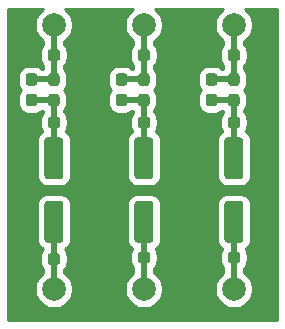
<source format=gbr>
G04 #@! TF.GenerationSoftware,KiCad,Pcbnew,(5.1.5-0-10_14)*
G04 #@! TF.CreationDate,2020-07-09T21:36:47+03:00*
G04 #@! TF.ProjectId,miniRGBii,6d696e69-5247-4426-9969-2e6b69636164,rev?*
G04 #@! TF.SameCoordinates,Original*
G04 #@! TF.FileFunction,Copper,L1,Top*
G04 #@! TF.FilePolarity,Positive*
%FSLAX46Y46*%
G04 Gerber Fmt 4.6, Leading zero omitted, Abs format (unit mm)*
G04 Created by KiCad (PCBNEW (5.1.5-0-10_14)) date 2020-07-09 21:36:47*
%MOMM*%
%LPD*%
G04 APERTURE LIST*
%ADD10C,2.000000*%
%ADD11C,0.100000*%
%ADD12C,0.800000*%
%ADD13C,0.500000*%
%ADD14C,0.254000*%
G04 APERTURE END LIST*
D10*
X16764000Y-24384000D03*
G04 #@! TA.AperFunction,SMDPad,CuDef*
D11*
G36*
X12502779Y-21243144D02*
G01*
X12525834Y-21246563D01*
X12548443Y-21252227D01*
X12570387Y-21260079D01*
X12591457Y-21270044D01*
X12611448Y-21282026D01*
X12630168Y-21295910D01*
X12647438Y-21311562D01*
X12663090Y-21328832D01*
X12676974Y-21347552D01*
X12688956Y-21367543D01*
X12698921Y-21388613D01*
X12706773Y-21410557D01*
X12712437Y-21433166D01*
X12715856Y-21456221D01*
X12717000Y-21479500D01*
X12717000Y-21954500D01*
X12715856Y-21977779D01*
X12712437Y-22000834D01*
X12706773Y-22023443D01*
X12698921Y-22045387D01*
X12688956Y-22066457D01*
X12676974Y-22086448D01*
X12663090Y-22105168D01*
X12647438Y-22122438D01*
X12630168Y-22138090D01*
X12611448Y-22151974D01*
X12591457Y-22163956D01*
X12570387Y-22173921D01*
X12548443Y-22181773D01*
X12525834Y-22187437D01*
X12502779Y-22190856D01*
X12479500Y-22192000D01*
X11904500Y-22192000D01*
X11881221Y-22190856D01*
X11858166Y-22187437D01*
X11835557Y-22181773D01*
X11813613Y-22173921D01*
X11792543Y-22163956D01*
X11772552Y-22151974D01*
X11753832Y-22138090D01*
X11736562Y-22122438D01*
X11720910Y-22105168D01*
X11707026Y-22086448D01*
X11695044Y-22066457D01*
X11685079Y-22045387D01*
X11677227Y-22023443D01*
X11671563Y-22000834D01*
X11668144Y-21977779D01*
X11667000Y-21954500D01*
X11667000Y-21479500D01*
X11668144Y-21456221D01*
X11671563Y-21433166D01*
X11677227Y-21410557D01*
X11685079Y-21388613D01*
X11695044Y-21367543D01*
X11707026Y-21347552D01*
X11720910Y-21328832D01*
X11736562Y-21311562D01*
X11753832Y-21295910D01*
X11772552Y-21282026D01*
X11792543Y-21270044D01*
X11813613Y-21260079D01*
X11835557Y-21252227D01*
X11858166Y-21246563D01*
X11881221Y-21243144D01*
X11904500Y-21242000D01*
X12479500Y-21242000D01*
X12502779Y-21243144D01*
G37*
G04 #@! TD.AperFunction*
G04 #@! TA.AperFunction,SMDPad,CuDef*
G36*
X10752779Y-21243144D02*
G01*
X10775834Y-21246563D01*
X10798443Y-21252227D01*
X10820387Y-21260079D01*
X10841457Y-21270044D01*
X10861448Y-21282026D01*
X10880168Y-21295910D01*
X10897438Y-21311562D01*
X10913090Y-21328832D01*
X10926974Y-21347552D01*
X10938956Y-21367543D01*
X10948921Y-21388613D01*
X10956773Y-21410557D01*
X10962437Y-21433166D01*
X10965856Y-21456221D01*
X10967000Y-21479500D01*
X10967000Y-21954500D01*
X10965856Y-21977779D01*
X10962437Y-22000834D01*
X10956773Y-22023443D01*
X10948921Y-22045387D01*
X10938956Y-22066457D01*
X10926974Y-22086448D01*
X10913090Y-22105168D01*
X10897438Y-22122438D01*
X10880168Y-22138090D01*
X10861448Y-22151974D01*
X10841457Y-22163956D01*
X10820387Y-22173921D01*
X10798443Y-22181773D01*
X10775834Y-22187437D01*
X10752779Y-22190856D01*
X10729500Y-22192000D01*
X10154500Y-22192000D01*
X10131221Y-22190856D01*
X10108166Y-22187437D01*
X10085557Y-22181773D01*
X10063613Y-22173921D01*
X10042543Y-22163956D01*
X10022552Y-22151974D01*
X10003832Y-22138090D01*
X9986562Y-22122438D01*
X9970910Y-22105168D01*
X9957026Y-22086448D01*
X9945044Y-22066457D01*
X9935079Y-22045387D01*
X9927227Y-22023443D01*
X9921563Y-22000834D01*
X9918144Y-21977779D01*
X9917000Y-21954500D01*
X9917000Y-21479500D01*
X9918144Y-21456221D01*
X9921563Y-21433166D01*
X9927227Y-21410557D01*
X9935079Y-21388613D01*
X9945044Y-21367543D01*
X9957026Y-21347552D01*
X9970910Y-21328832D01*
X9986562Y-21311562D01*
X10003832Y-21295910D01*
X10022552Y-21282026D01*
X10042543Y-21270044D01*
X10063613Y-21260079D01*
X10085557Y-21252227D01*
X10108166Y-21246563D01*
X10131221Y-21243144D01*
X10154500Y-21242000D01*
X10729500Y-21242000D01*
X10752779Y-21243144D01*
G37*
G04 #@! TD.AperFunction*
D10*
X4572000Y-2032000D03*
X19812000Y-2032000D03*
X12192000Y-2032000D03*
X19812000Y-24384000D03*
X12192000Y-24384000D03*
X4572000Y-24384000D03*
G04 #@! TA.AperFunction,SMDPad,CuDef*
D11*
G36*
X18372779Y-4098144D02*
G01*
X18395834Y-4101563D01*
X18418443Y-4107227D01*
X18440387Y-4115079D01*
X18461457Y-4125044D01*
X18481448Y-4137026D01*
X18500168Y-4150910D01*
X18517438Y-4166562D01*
X18533090Y-4183832D01*
X18546974Y-4202552D01*
X18558956Y-4222543D01*
X18568921Y-4243613D01*
X18576773Y-4265557D01*
X18582437Y-4288166D01*
X18585856Y-4311221D01*
X18587000Y-4334500D01*
X18587000Y-4809500D01*
X18585856Y-4832779D01*
X18582437Y-4855834D01*
X18576773Y-4878443D01*
X18568921Y-4900387D01*
X18558956Y-4921457D01*
X18546974Y-4941448D01*
X18533090Y-4960168D01*
X18517438Y-4977438D01*
X18500168Y-4993090D01*
X18481448Y-5006974D01*
X18461457Y-5018956D01*
X18440387Y-5028921D01*
X18418443Y-5036773D01*
X18395834Y-5042437D01*
X18372779Y-5045856D01*
X18349500Y-5047000D01*
X17774500Y-5047000D01*
X17751221Y-5045856D01*
X17728166Y-5042437D01*
X17705557Y-5036773D01*
X17683613Y-5028921D01*
X17662543Y-5018956D01*
X17642552Y-5006974D01*
X17623832Y-4993090D01*
X17606562Y-4977438D01*
X17590910Y-4960168D01*
X17577026Y-4941448D01*
X17565044Y-4921457D01*
X17555079Y-4900387D01*
X17547227Y-4878443D01*
X17541563Y-4855834D01*
X17538144Y-4832779D01*
X17537000Y-4809500D01*
X17537000Y-4334500D01*
X17538144Y-4311221D01*
X17541563Y-4288166D01*
X17547227Y-4265557D01*
X17555079Y-4243613D01*
X17565044Y-4222543D01*
X17577026Y-4202552D01*
X17590910Y-4183832D01*
X17606562Y-4166562D01*
X17623832Y-4150910D01*
X17642552Y-4137026D01*
X17662543Y-4125044D01*
X17683613Y-4115079D01*
X17705557Y-4107227D01*
X17728166Y-4101563D01*
X17751221Y-4098144D01*
X17774500Y-4097000D01*
X18349500Y-4097000D01*
X18372779Y-4098144D01*
G37*
G04 #@! TD.AperFunction*
G04 #@! TA.AperFunction,SMDPad,CuDef*
G36*
X20122779Y-4098144D02*
G01*
X20145834Y-4101563D01*
X20168443Y-4107227D01*
X20190387Y-4115079D01*
X20211457Y-4125044D01*
X20231448Y-4137026D01*
X20250168Y-4150910D01*
X20267438Y-4166562D01*
X20283090Y-4183832D01*
X20296974Y-4202552D01*
X20308956Y-4222543D01*
X20318921Y-4243613D01*
X20326773Y-4265557D01*
X20332437Y-4288166D01*
X20335856Y-4311221D01*
X20337000Y-4334500D01*
X20337000Y-4809500D01*
X20335856Y-4832779D01*
X20332437Y-4855834D01*
X20326773Y-4878443D01*
X20318921Y-4900387D01*
X20308956Y-4921457D01*
X20296974Y-4941448D01*
X20283090Y-4960168D01*
X20267438Y-4977438D01*
X20250168Y-4993090D01*
X20231448Y-5006974D01*
X20211457Y-5018956D01*
X20190387Y-5028921D01*
X20168443Y-5036773D01*
X20145834Y-5042437D01*
X20122779Y-5045856D01*
X20099500Y-5047000D01*
X19524500Y-5047000D01*
X19501221Y-5045856D01*
X19478166Y-5042437D01*
X19455557Y-5036773D01*
X19433613Y-5028921D01*
X19412543Y-5018956D01*
X19392552Y-5006974D01*
X19373832Y-4993090D01*
X19356562Y-4977438D01*
X19340910Y-4960168D01*
X19327026Y-4941448D01*
X19315044Y-4921457D01*
X19305079Y-4900387D01*
X19297227Y-4878443D01*
X19291563Y-4855834D01*
X19288144Y-4832779D01*
X19287000Y-4809500D01*
X19287000Y-4334500D01*
X19288144Y-4311221D01*
X19291563Y-4288166D01*
X19297227Y-4265557D01*
X19305079Y-4243613D01*
X19315044Y-4222543D01*
X19327026Y-4202552D01*
X19340910Y-4183832D01*
X19356562Y-4166562D01*
X19373832Y-4150910D01*
X19392552Y-4137026D01*
X19412543Y-4125044D01*
X19433613Y-4115079D01*
X19455557Y-4107227D01*
X19478166Y-4101563D01*
X19501221Y-4098144D01*
X19524500Y-4097000D01*
X20099500Y-4097000D01*
X20122779Y-4098144D01*
G37*
G04 #@! TD.AperFunction*
G04 #@! TA.AperFunction,SMDPad,CuDef*
G36*
X12766504Y-16953204D02*
G01*
X12790773Y-16956804D01*
X12814571Y-16962765D01*
X12837671Y-16971030D01*
X12859849Y-16981520D01*
X12880893Y-16994133D01*
X12900598Y-17008747D01*
X12918777Y-17025223D01*
X12935253Y-17043402D01*
X12949867Y-17063107D01*
X12962480Y-17084151D01*
X12972970Y-17106329D01*
X12981235Y-17129429D01*
X12987196Y-17153227D01*
X12990796Y-17177496D01*
X12992000Y-17202000D01*
X12992000Y-20202000D01*
X12990796Y-20226504D01*
X12987196Y-20250773D01*
X12981235Y-20274571D01*
X12972970Y-20297671D01*
X12962480Y-20319849D01*
X12949867Y-20340893D01*
X12935253Y-20360598D01*
X12918777Y-20378777D01*
X12900598Y-20395253D01*
X12880893Y-20409867D01*
X12859849Y-20422480D01*
X12837671Y-20432970D01*
X12814571Y-20441235D01*
X12790773Y-20447196D01*
X12766504Y-20450796D01*
X12742000Y-20452000D01*
X11642000Y-20452000D01*
X11617496Y-20450796D01*
X11593227Y-20447196D01*
X11569429Y-20441235D01*
X11546329Y-20432970D01*
X11524151Y-20422480D01*
X11503107Y-20409867D01*
X11483402Y-20395253D01*
X11465223Y-20378777D01*
X11448747Y-20360598D01*
X11434133Y-20340893D01*
X11421520Y-20319849D01*
X11411030Y-20297671D01*
X11402765Y-20274571D01*
X11396804Y-20250773D01*
X11393204Y-20226504D01*
X11392000Y-20202000D01*
X11392000Y-17202000D01*
X11393204Y-17177496D01*
X11396804Y-17153227D01*
X11402765Y-17129429D01*
X11411030Y-17106329D01*
X11421520Y-17084151D01*
X11434133Y-17063107D01*
X11448747Y-17043402D01*
X11465223Y-17025223D01*
X11483402Y-17008747D01*
X11503107Y-16994133D01*
X11524151Y-16981520D01*
X11546329Y-16971030D01*
X11569429Y-16962765D01*
X11593227Y-16956804D01*
X11617496Y-16953204D01*
X11642000Y-16952000D01*
X12742000Y-16952000D01*
X12766504Y-16953204D01*
G37*
G04 #@! TD.AperFunction*
G04 #@! TA.AperFunction,SMDPad,CuDef*
G36*
X12766504Y-11553204D02*
G01*
X12790773Y-11556804D01*
X12814571Y-11562765D01*
X12837671Y-11571030D01*
X12859849Y-11581520D01*
X12880893Y-11594133D01*
X12900598Y-11608747D01*
X12918777Y-11625223D01*
X12935253Y-11643402D01*
X12949867Y-11663107D01*
X12962480Y-11684151D01*
X12972970Y-11706329D01*
X12981235Y-11729429D01*
X12987196Y-11753227D01*
X12990796Y-11777496D01*
X12992000Y-11802000D01*
X12992000Y-14802000D01*
X12990796Y-14826504D01*
X12987196Y-14850773D01*
X12981235Y-14874571D01*
X12972970Y-14897671D01*
X12962480Y-14919849D01*
X12949867Y-14940893D01*
X12935253Y-14960598D01*
X12918777Y-14978777D01*
X12900598Y-14995253D01*
X12880893Y-15009867D01*
X12859849Y-15022480D01*
X12837671Y-15032970D01*
X12814571Y-15041235D01*
X12790773Y-15047196D01*
X12766504Y-15050796D01*
X12742000Y-15052000D01*
X11642000Y-15052000D01*
X11617496Y-15050796D01*
X11593227Y-15047196D01*
X11569429Y-15041235D01*
X11546329Y-15032970D01*
X11524151Y-15022480D01*
X11503107Y-15009867D01*
X11483402Y-14995253D01*
X11465223Y-14978777D01*
X11448747Y-14960598D01*
X11434133Y-14940893D01*
X11421520Y-14919849D01*
X11411030Y-14897671D01*
X11402765Y-14874571D01*
X11396804Y-14850773D01*
X11393204Y-14826504D01*
X11392000Y-14802000D01*
X11392000Y-11802000D01*
X11393204Y-11777496D01*
X11396804Y-11753227D01*
X11402765Y-11729429D01*
X11411030Y-11706329D01*
X11421520Y-11684151D01*
X11434133Y-11663107D01*
X11448747Y-11643402D01*
X11465223Y-11625223D01*
X11483402Y-11608747D01*
X11503107Y-11594133D01*
X11524151Y-11581520D01*
X11546329Y-11571030D01*
X11569429Y-11562765D01*
X11593227Y-11556804D01*
X11617496Y-11553204D01*
X11642000Y-11552000D01*
X12742000Y-11552000D01*
X12766504Y-11553204D01*
G37*
G04 #@! TD.AperFunction*
G04 #@! TA.AperFunction,SMDPad,CuDef*
G36*
X20386504Y-11553204D02*
G01*
X20410773Y-11556804D01*
X20434571Y-11562765D01*
X20457671Y-11571030D01*
X20479849Y-11581520D01*
X20500893Y-11594133D01*
X20520598Y-11608747D01*
X20538777Y-11625223D01*
X20555253Y-11643402D01*
X20569867Y-11663107D01*
X20582480Y-11684151D01*
X20592970Y-11706329D01*
X20601235Y-11729429D01*
X20607196Y-11753227D01*
X20610796Y-11777496D01*
X20612000Y-11802000D01*
X20612000Y-14802000D01*
X20610796Y-14826504D01*
X20607196Y-14850773D01*
X20601235Y-14874571D01*
X20592970Y-14897671D01*
X20582480Y-14919849D01*
X20569867Y-14940893D01*
X20555253Y-14960598D01*
X20538777Y-14978777D01*
X20520598Y-14995253D01*
X20500893Y-15009867D01*
X20479849Y-15022480D01*
X20457671Y-15032970D01*
X20434571Y-15041235D01*
X20410773Y-15047196D01*
X20386504Y-15050796D01*
X20362000Y-15052000D01*
X19262000Y-15052000D01*
X19237496Y-15050796D01*
X19213227Y-15047196D01*
X19189429Y-15041235D01*
X19166329Y-15032970D01*
X19144151Y-15022480D01*
X19123107Y-15009867D01*
X19103402Y-14995253D01*
X19085223Y-14978777D01*
X19068747Y-14960598D01*
X19054133Y-14940893D01*
X19041520Y-14919849D01*
X19031030Y-14897671D01*
X19022765Y-14874571D01*
X19016804Y-14850773D01*
X19013204Y-14826504D01*
X19012000Y-14802000D01*
X19012000Y-11802000D01*
X19013204Y-11777496D01*
X19016804Y-11753227D01*
X19022765Y-11729429D01*
X19031030Y-11706329D01*
X19041520Y-11684151D01*
X19054133Y-11663107D01*
X19068747Y-11643402D01*
X19085223Y-11625223D01*
X19103402Y-11608747D01*
X19123107Y-11594133D01*
X19144151Y-11581520D01*
X19166329Y-11571030D01*
X19189429Y-11562765D01*
X19213227Y-11556804D01*
X19237496Y-11553204D01*
X19262000Y-11552000D01*
X20362000Y-11552000D01*
X20386504Y-11553204D01*
G37*
G04 #@! TD.AperFunction*
G04 #@! TA.AperFunction,SMDPad,CuDef*
G36*
X20386504Y-16953204D02*
G01*
X20410773Y-16956804D01*
X20434571Y-16962765D01*
X20457671Y-16971030D01*
X20479849Y-16981520D01*
X20500893Y-16994133D01*
X20520598Y-17008747D01*
X20538777Y-17025223D01*
X20555253Y-17043402D01*
X20569867Y-17063107D01*
X20582480Y-17084151D01*
X20592970Y-17106329D01*
X20601235Y-17129429D01*
X20607196Y-17153227D01*
X20610796Y-17177496D01*
X20612000Y-17202000D01*
X20612000Y-20202000D01*
X20610796Y-20226504D01*
X20607196Y-20250773D01*
X20601235Y-20274571D01*
X20592970Y-20297671D01*
X20582480Y-20319849D01*
X20569867Y-20340893D01*
X20555253Y-20360598D01*
X20538777Y-20378777D01*
X20520598Y-20395253D01*
X20500893Y-20409867D01*
X20479849Y-20422480D01*
X20457671Y-20432970D01*
X20434571Y-20441235D01*
X20410773Y-20447196D01*
X20386504Y-20450796D01*
X20362000Y-20452000D01*
X19262000Y-20452000D01*
X19237496Y-20450796D01*
X19213227Y-20447196D01*
X19189429Y-20441235D01*
X19166329Y-20432970D01*
X19144151Y-20422480D01*
X19123107Y-20409867D01*
X19103402Y-20395253D01*
X19085223Y-20378777D01*
X19068747Y-20360598D01*
X19054133Y-20340893D01*
X19041520Y-20319849D01*
X19031030Y-20297671D01*
X19022765Y-20274571D01*
X19016804Y-20250773D01*
X19013204Y-20226504D01*
X19012000Y-20202000D01*
X19012000Y-17202000D01*
X19013204Y-17177496D01*
X19016804Y-17153227D01*
X19022765Y-17129429D01*
X19031030Y-17106329D01*
X19041520Y-17084151D01*
X19054133Y-17063107D01*
X19068747Y-17043402D01*
X19085223Y-17025223D01*
X19103402Y-17008747D01*
X19123107Y-16994133D01*
X19144151Y-16981520D01*
X19166329Y-16971030D01*
X19189429Y-16962765D01*
X19213227Y-16956804D01*
X19237496Y-16953204D01*
X19262000Y-16952000D01*
X20362000Y-16952000D01*
X20386504Y-16953204D01*
G37*
G04 #@! TD.AperFunction*
G04 #@! TA.AperFunction,SMDPad,CuDef*
G36*
X5146504Y-16953204D02*
G01*
X5170773Y-16956804D01*
X5194571Y-16962765D01*
X5217671Y-16971030D01*
X5239849Y-16981520D01*
X5260893Y-16994133D01*
X5280598Y-17008747D01*
X5298777Y-17025223D01*
X5315253Y-17043402D01*
X5329867Y-17063107D01*
X5342480Y-17084151D01*
X5352970Y-17106329D01*
X5361235Y-17129429D01*
X5367196Y-17153227D01*
X5370796Y-17177496D01*
X5372000Y-17202000D01*
X5372000Y-20202000D01*
X5370796Y-20226504D01*
X5367196Y-20250773D01*
X5361235Y-20274571D01*
X5352970Y-20297671D01*
X5342480Y-20319849D01*
X5329867Y-20340893D01*
X5315253Y-20360598D01*
X5298777Y-20378777D01*
X5280598Y-20395253D01*
X5260893Y-20409867D01*
X5239849Y-20422480D01*
X5217671Y-20432970D01*
X5194571Y-20441235D01*
X5170773Y-20447196D01*
X5146504Y-20450796D01*
X5122000Y-20452000D01*
X4022000Y-20452000D01*
X3997496Y-20450796D01*
X3973227Y-20447196D01*
X3949429Y-20441235D01*
X3926329Y-20432970D01*
X3904151Y-20422480D01*
X3883107Y-20409867D01*
X3863402Y-20395253D01*
X3845223Y-20378777D01*
X3828747Y-20360598D01*
X3814133Y-20340893D01*
X3801520Y-20319849D01*
X3791030Y-20297671D01*
X3782765Y-20274571D01*
X3776804Y-20250773D01*
X3773204Y-20226504D01*
X3772000Y-20202000D01*
X3772000Y-17202000D01*
X3773204Y-17177496D01*
X3776804Y-17153227D01*
X3782765Y-17129429D01*
X3791030Y-17106329D01*
X3801520Y-17084151D01*
X3814133Y-17063107D01*
X3828747Y-17043402D01*
X3845223Y-17025223D01*
X3863402Y-17008747D01*
X3883107Y-16994133D01*
X3904151Y-16981520D01*
X3926329Y-16971030D01*
X3949429Y-16962765D01*
X3973227Y-16956804D01*
X3997496Y-16953204D01*
X4022000Y-16952000D01*
X5122000Y-16952000D01*
X5146504Y-16953204D01*
G37*
G04 #@! TD.AperFunction*
G04 #@! TA.AperFunction,SMDPad,CuDef*
G36*
X5146504Y-11553204D02*
G01*
X5170773Y-11556804D01*
X5194571Y-11562765D01*
X5217671Y-11571030D01*
X5239849Y-11581520D01*
X5260893Y-11594133D01*
X5280598Y-11608747D01*
X5298777Y-11625223D01*
X5315253Y-11643402D01*
X5329867Y-11663107D01*
X5342480Y-11684151D01*
X5352970Y-11706329D01*
X5361235Y-11729429D01*
X5367196Y-11753227D01*
X5370796Y-11777496D01*
X5372000Y-11802000D01*
X5372000Y-14802000D01*
X5370796Y-14826504D01*
X5367196Y-14850773D01*
X5361235Y-14874571D01*
X5352970Y-14897671D01*
X5342480Y-14919849D01*
X5329867Y-14940893D01*
X5315253Y-14960598D01*
X5298777Y-14978777D01*
X5280598Y-14995253D01*
X5260893Y-15009867D01*
X5239849Y-15022480D01*
X5217671Y-15032970D01*
X5194571Y-15041235D01*
X5170773Y-15047196D01*
X5146504Y-15050796D01*
X5122000Y-15052000D01*
X4022000Y-15052000D01*
X3997496Y-15050796D01*
X3973227Y-15047196D01*
X3949429Y-15041235D01*
X3926329Y-15032970D01*
X3904151Y-15022480D01*
X3883107Y-15009867D01*
X3863402Y-14995253D01*
X3845223Y-14978777D01*
X3828747Y-14960598D01*
X3814133Y-14940893D01*
X3801520Y-14919849D01*
X3791030Y-14897671D01*
X3782765Y-14874571D01*
X3776804Y-14850773D01*
X3773204Y-14826504D01*
X3772000Y-14802000D01*
X3772000Y-11802000D01*
X3773204Y-11777496D01*
X3776804Y-11753227D01*
X3782765Y-11729429D01*
X3791030Y-11706329D01*
X3801520Y-11684151D01*
X3814133Y-11663107D01*
X3828747Y-11643402D01*
X3845223Y-11625223D01*
X3863402Y-11608747D01*
X3883107Y-11594133D01*
X3904151Y-11581520D01*
X3926329Y-11571030D01*
X3949429Y-11562765D01*
X3973227Y-11556804D01*
X3997496Y-11553204D01*
X4022000Y-11552000D01*
X5122000Y-11552000D01*
X5146504Y-11553204D01*
G37*
G04 #@! TD.AperFunction*
G04 #@! TA.AperFunction,SMDPad,CuDef*
G36*
X4882779Y-9813144D02*
G01*
X4905834Y-9816563D01*
X4928443Y-9822227D01*
X4950387Y-9830079D01*
X4971457Y-9840044D01*
X4991448Y-9852026D01*
X5010168Y-9865910D01*
X5027438Y-9881562D01*
X5043090Y-9898832D01*
X5056974Y-9917552D01*
X5068956Y-9937543D01*
X5078921Y-9958613D01*
X5086773Y-9980557D01*
X5092437Y-10003166D01*
X5095856Y-10026221D01*
X5097000Y-10049500D01*
X5097000Y-10524500D01*
X5095856Y-10547779D01*
X5092437Y-10570834D01*
X5086773Y-10593443D01*
X5078921Y-10615387D01*
X5068956Y-10636457D01*
X5056974Y-10656448D01*
X5043090Y-10675168D01*
X5027438Y-10692438D01*
X5010168Y-10708090D01*
X4991448Y-10721974D01*
X4971457Y-10733956D01*
X4950387Y-10743921D01*
X4928443Y-10751773D01*
X4905834Y-10757437D01*
X4882779Y-10760856D01*
X4859500Y-10762000D01*
X4284500Y-10762000D01*
X4261221Y-10760856D01*
X4238166Y-10757437D01*
X4215557Y-10751773D01*
X4193613Y-10743921D01*
X4172543Y-10733956D01*
X4152552Y-10721974D01*
X4133832Y-10708090D01*
X4116562Y-10692438D01*
X4100910Y-10675168D01*
X4087026Y-10656448D01*
X4075044Y-10636457D01*
X4065079Y-10615387D01*
X4057227Y-10593443D01*
X4051563Y-10570834D01*
X4048144Y-10547779D01*
X4047000Y-10524500D01*
X4047000Y-10049500D01*
X4048144Y-10026221D01*
X4051563Y-10003166D01*
X4057227Y-9980557D01*
X4065079Y-9958613D01*
X4075044Y-9937543D01*
X4087026Y-9917552D01*
X4100910Y-9898832D01*
X4116562Y-9881562D01*
X4133832Y-9865910D01*
X4152552Y-9852026D01*
X4172543Y-9840044D01*
X4193613Y-9830079D01*
X4215557Y-9822227D01*
X4238166Y-9816563D01*
X4261221Y-9813144D01*
X4284500Y-9812000D01*
X4859500Y-9812000D01*
X4882779Y-9813144D01*
G37*
G04 #@! TD.AperFunction*
G04 #@! TA.AperFunction,SMDPad,CuDef*
G36*
X3132779Y-9813144D02*
G01*
X3155834Y-9816563D01*
X3178443Y-9822227D01*
X3200387Y-9830079D01*
X3221457Y-9840044D01*
X3241448Y-9852026D01*
X3260168Y-9865910D01*
X3277438Y-9881562D01*
X3293090Y-9898832D01*
X3306974Y-9917552D01*
X3318956Y-9937543D01*
X3328921Y-9958613D01*
X3336773Y-9980557D01*
X3342437Y-10003166D01*
X3345856Y-10026221D01*
X3347000Y-10049500D01*
X3347000Y-10524500D01*
X3345856Y-10547779D01*
X3342437Y-10570834D01*
X3336773Y-10593443D01*
X3328921Y-10615387D01*
X3318956Y-10636457D01*
X3306974Y-10656448D01*
X3293090Y-10675168D01*
X3277438Y-10692438D01*
X3260168Y-10708090D01*
X3241448Y-10721974D01*
X3221457Y-10733956D01*
X3200387Y-10743921D01*
X3178443Y-10751773D01*
X3155834Y-10757437D01*
X3132779Y-10760856D01*
X3109500Y-10762000D01*
X2534500Y-10762000D01*
X2511221Y-10760856D01*
X2488166Y-10757437D01*
X2465557Y-10751773D01*
X2443613Y-10743921D01*
X2422543Y-10733956D01*
X2402552Y-10721974D01*
X2383832Y-10708090D01*
X2366562Y-10692438D01*
X2350910Y-10675168D01*
X2337026Y-10656448D01*
X2325044Y-10636457D01*
X2315079Y-10615387D01*
X2307227Y-10593443D01*
X2301563Y-10570834D01*
X2298144Y-10547779D01*
X2297000Y-10524500D01*
X2297000Y-10049500D01*
X2298144Y-10026221D01*
X2301563Y-10003166D01*
X2307227Y-9980557D01*
X2315079Y-9958613D01*
X2325044Y-9937543D01*
X2337026Y-9917552D01*
X2350910Y-9898832D01*
X2366562Y-9881562D01*
X2383832Y-9865910D01*
X2402552Y-9852026D01*
X2422543Y-9840044D01*
X2443613Y-9830079D01*
X2465557Y-9822227D01*
X2488166Y-9816563D01*
X2511221Y-9813144D01*
X2534500Y-9812000D01*
X3109500Y-9812000D01*
X3132779Y-9813144D01*
G37*
G04 #@! TD.AperFunction*
G04 #@! TA.AperFunction,SMDPad,CuDef*
G36*
X2927779Y-7858144D02*
G01*
X2950834Y-7861563D01*
X2973443Y-7867227D01*
X2995387Y-7875079D01*
X3016457Y-7885044D01*
X3036448Y-7897026D01*
X3055168Y-7910910D01*
X3072438Y-7926562D01*
X3088090Y-7943832D01*
X3101974Y-7962552D01*
X3113956Y-7982543D01*
X3123921Y-8003613D01*
X3131773Y-8025557D01*
X3137437Y-8048166D01*
X3140856Y-8071221D01*
X3142000Y-8094500D01*
X3142000Y-8669500D01*
X3140856Y-8692779D01*
X3137437Y-8715834D01*
X3131773Y-8738443D01*
X3123921Y-8760387D01*
X3113956Y-8781457D01*
X3101974Y-8801448D01*
X3088090Y-8820168D01*
X3072438Y-8837438D01*
X3055168Y-8853090D01*
X3036448Y-8866974D01*
X3016457Y-8878956D01*
X2995387Y-8888921D01*
X2973443Y-8896773D01*
X2950834Y-8902437D01*
X2927779Y-8905856D01*
X2904500Y-8907000D01*
X2429500Y-8907000D01*
X2406221Y-8905856D01*
X2383166Y-8902437D01*
X2360557Y-8896773D01*
X2338613Y-8888921D01*
X2317543Y-8878956D01*
X2297552Y-8866974D01*
X2278832Y-8853090D01*
X2261562Y-8837438D01*
X2245910Y-8820168D01*
X2232026Y-8801448D01*
X2220044Y-8781457D01*
X2210079Y-8760387D01*
X2202227Y-8738443D01*
X2196563Y-8715834D01*
X2193144Y-8692779D01*
X2192000Y-8669500D01*
X2192000Y-8094500D01*
X2193144Y-8071221D01*
X2196563Y-8048166D01*
X2202227Y-8025557D01*
X2210079Y-8003613D01*
X2220044Y-7982543D01*
X2232026Y-7962552D01*
X2245910Y-7943832D01*
X2261562Y-7926562D01*
X2278832Y-7910910D01*
X2297552Y-7897026D01*
X2317543Y-7885044D01*
X2338613Y-7875079D01*
X2360557Y-7867227D01*
X2383166Y-7861563D01*
X2406221Y-7858144D01*
X2429500Y-7857000D01*
X2904500Y-7857000D01*
X2927779Y-7858144D01*
G37*
G04 #@! TD.AperFunction*
G04 #@! TA.AperFunction,SMDPad,CuDef*
G36*
X2927779Y-6108144D02*
G01*
X2950834Y-6111563D01*
X2973443Y-6117227D01*
X2995387Y-6125079D01*
X3016457Y-6135044D01*
X3036448Y-6147026D01*
X3055168Y-6160910D01*
X3072438Y-6176562D01*
X3088090Y-6193832D01*
X3101974Y-6212552D01*
X3113956Y-6232543D01*
X3123921Y-6253613D01*
X3131773Y-6275557D01*
X3137437Y-6298166D01*
X3140856Y-6321221D01*
X3142000Y-6344500D01*
X3142000Y-6919500D01*
X3140856Y-6942779D01*
X3137437Y-6965834D01*
X3131773Y-6988443D01*
X3123921Y-7010387D01*
X3113956Y-7031457D01*
X3101974Y-7051448D01*
X3088090Y-7070168D01*
X3072438Y-7087438D01*
X3055168Y-7103090D01*
X3036448Y-7116974D01*
X3016457Y-7128956D01*
X2995387Y-7138921D01*
X2973443Y-7146773D01*
X2950834Y-7152437D01*
X2927779Y-7155856D01*
X2904500Y-7157000D01*
X2429500Y-7157000D01*
X2406221Y-7155856D01*
X2383166Y-7152437D01*
X2360557Y-7146773D01*
X2338613Y-7138921D01*
X2317543Y-7128956D01*
X2297552Y-7116974D01*
X2278832Y-7103090D01*
X2261562Y-7087438D01*
X2245910Y-7070168D01*
X2232026Y-7051448D01*
X2220044Y-7031457D01*
X2210079Y-7010387D01*
X2202227Y-6988443D01*
X2196563Y-6965834D01*
X2193144Y-6942779D01*
X2192000Y-6919500D01*
X2192000Y-6344500D01*
X2193144Y-6321221D01*
X2196563Y-6298166D01*
X2202227Y-6275557D01*
X2210079Y-6253613D01*
X2220044Y-6232543D01*
X2232026Y-6212552D01*
X2245910Y-6193832D01*
X2261562Y-6176562D01*
X2278832Y-6160910D01*
X2297552Y-6147026D01*
X2317543Y-6135044D01*
X2338613Y-6125079D01*
X2360557Y-6117227D01*
X2383166Y-6111563D01*
X2406221Y-6108144D01*
X2429500Y-6107000D01*
X2904500Y-6107000D01*
X2927779Y-6108144D01*
G37*
G04 #@! TD.AperFunction*
G04 #@! TA.AperFunction,SMDPad,CuDef*
G36*
X12502779Y-9813144D02*
G01*
X12525834Y-9816563D01*
X12548443Y-9822227D01*
X12570387Y-9830079D01*
X12591457Y-9840044D01*
X12611448Y-9852026D01*
X12630168Y-9865910D01*
X12647438Y-9881562D01*
X12663090Y-9898832D01*
X12676974Y-9917552D01*
X12688956Y-9937543D01*
X12698921Y-9958613D01*
X12706773Y-9980557D01*
X12712437Y-10003166D01*
X12715856Y-10026221D01*
X12717000Y-10049500D01*
X12717000Y-10524500D01*
X12715856Y-10547779D01*
X12712437Y-10570834D01*
X12706773Y-10593443D01*
X12698921Y-10615387D01*
X12688956Y-10636457D01*
X12676974Y-10656448D01*
X12663090Y-10675168D01*
X12647438Y-10692438D01*
X12630168Y-10708090D01*
X12611448Y-10721974D01*
X12591457Y-10733956D01*
X12570387Y-10743921D01*
X12548443Y-10751773D01*
X12525834Y-10757437D01*
X12502779Y-10760856D01*
X12479500Y-10762000D01*
X11904500Y-10762000D01*
X11881221Y-10760856D01*
X11858166Y-10757437D01*
X11835557Y-10751773D01*
X11813613Y-10743921D01*
X11792543Y-10733956D01*
X11772552Y-10721974D01*
X11753832Y-10708090D01*
X11736562Y-10692438D01*
X11720910Y-10675168D01*
X11707026Y-10656448D01*
X11695044Y-10636457D01*
X11685079Y-10615387D01*
X11677227Y-10593443D01*
X11671563Y-10570834D01*
X11668144Y-10547779D01*
X11667000Y-10524500D01*
X11667000Y-10049500D01*
X11668144Y-10026221D01*
X11671563Y-10003166D01*
X11677227Y-9980557D01*
X11685079Y-9958613D01*
X11695044Y-9937543D01*
X11707026Y-9917552D01*
X11720910Y-9898832D01*
X11736562Y-9881562D01*
X11753832Y-9865910D01*
X11772552Y-9852026D01*
X11792543Y-9840044D01*
X11813613Y-9830079D01*
X11835557Y-9822227D01*
X11858166Y-9816563D01*
X11881221Y-9813144D01*
X11904500Y-9812000D01*
X12479500Y-9812000D01*
X12502779Y-9813144D01*
G37*
G04 #@! TD.AperFunction*
G04 #@! TA.AperFunction,SMDPad,CuDef*
G36*
X10752779Y-9813144D02*
G01*
X10775834Y-9816563D01*
X10798443Y-9822227D01*
X10820387Y-9830079D01*
X10841457Y-9840044D01*
X10861448Y-9852026D01*
X10880168Y-9865910D01*
X10897438Y-9881562D01*
X10913090Y-9898832D01*
X10926974Y-9917552D01*
X10938956Y-9937543D01*
X10948921Y-9958613D01*
X10956773Y-9980557D01*
X10962437Y-10003166D01*
X10965856Y-10026221D01*
X10967000Y-10049500D01*
X10967000Y-10524500D01*
X10965856Y-10547779D01*
X10962437Y-10570834D01*
X10956773Y-10593443D01*
X10948921Y-10615387D01*
X10938956Y-10636457D01*
X10926974Y-10656448D01*
X10913090Y-10675168D01*
X10897438Y-10692438D01*
X10880168Y-10708090D01*
X10861448Y-10721974D01*
X10841457Y-10733956D01*
X10820387Y-10743921D01*
X10798443Y-10751773D01*
X10775834Y-10757437D01*
X10752779Y-10760856D01*
X10729500Y-10762000D01*
X10154500Y-10762000D01*
X10131221Y-10760856D01*
X10108166Y-10757437D01*
X10085557Y-10751773D01*
X10063613Y-10743921D01*
X10042543Y-10733956D01*
X10022552Y-10721974D01*
X10003832Y-10708090D01*
X9986562Y-10692438D01*
X9970910Y-10675168D01*
X9957026Y-10656448D01*
X9945044Y-10636457D01*
X9935079Y-10615387D01*
X9927227Y-10593443D01*
X9921563Y-10570834D01*
X9918144Y-10547779D01*
X9917000Y-10524500D01*
X9917000Y-10049500D01*
X9918144Y-10026221D01*
X9921563Y-10003166D01*
X9927227Y-9980557D01*
X9935079Y-9958613D01*
X9945044Y-9937543D01*
X9957026Y-9917552D01*
X9970910Y-9898832D01*
X9986562Y-9881562D01*
X10003832Y-9865910D01*
X10022552Y-9852026D01*
X10042543Y-9840044D01*
X10063613Y-9830079D01*
X10085557Y-9822227D01*
X10108166Y-9816563D01*
X10131221Y-9813144D01*
X10154500Y-9812000D01*
X10729500Y-9812000D01*
X10752779Y-9813144D01*
G37*
G04 #@! TD.AperFunction*
G04 #@! TA.AperFunction,SMDPad,CuDef*
G36*
X10547779Y-7858144D02*
G01*
X10570834Y-7861563D01*
X10593443Y-7867227D01*
X10615387Y-7875079D01*
X10636457Y-7885044D01*
X10656448Y-7897026D01*
X10675168Y-7910910D01*
X10692438Y-7926562D01*
X10708090Y-7943832D01*
X10721974Y-7962552D01*
X10733956Y-7982543D01*
X10743921Y-8003613D01*
X10751773Y-8025557D01*
X10757437Y-8048166D01*
X10760856Y-8071221D01*
X10762000Y-8094500D01*
X10762000Y-8669500D01*
X10760856Y-8692779D01*
X10757437Y-8715834D01*
X10751773Y-8738443D01*
X10743921Y-8760387D01*
X10733956Y-8781457D01*
X10721974Y-8801448D01*
X10708090Y-8820168D01*
X10692438Y-8837438D01*
X10675168Y-8853090D01*
X10656448Y-8866974D01*
X10636457Y-8878956D01*
X10615387Y-8888921D01*
X10593443Y-8896773D01*
X10570834Y-8902437D01*
X10547779Y-8905856D01*
X10524500Y-8907000D01*
X10049500Y-8907000D01*
X10026221Y-8905856D01*
X10003166Y-8902437D01*
X9980557Y-8896773D01*
X9958613Y-8888921D01*
X9937543Y-8878956D01*
X9917552Y-8866974D01*
X9898832Y-8853090D01*
X9881562Y-8837438D01*
X9865910Y-8820168D01*
X9852026Y-8801448D01*
X9840044Y-8781457D01*
X9830079Y-8760387D01*
X9822227Y-8738443D01*
X9816563Y-8715834D01*
X9813144Y-8692779D01*
X9812000Y-8669500D01*
X9812000Y-8094500D01*
X9813144Y-8071221D01*
X9816563Y-8048166D01*
X9822227Y-8025557D01*
X9830079Y-8003613D01*
X9840044Y-7982543D01*
X9852026Y-7962552D01*
X9865910Y-7943832D01*
X9881562Y-7926562D01*
X9898832Y-7910910D01*
X9917552Y-7897026D01*
X9937543Y-7885044D01*
X9958613Y-7875079D01*
X9980557Y-7867227D01*
X10003166Y-7861563D01*
X10026221Y-7858144D01*
X10049500Y-7857000D01*
X10524500Y-7857000D01*
X10547779Y-7858144D01*
G37*
G04 #@! TD.AperFunction*
G04 #@! TA.AperFunction,SMDPad,CuDef*
G36*
X10547779Y-6108144D02*
G01*
X10570834Y-6111563D01*
X10593443Y-6117227D01*
X10615387Y-6125079D01*
X10636457Y-6135044D01*
X10656448Y-6147026D01*
X10675168Y-6160910D01*
X10692438Y-6176562D01*
X10708090Y-6193832D01*
X10721974Y-6212552D01*
X10733956Y-6232543D01*
X10743921Y-6253613D01*
X10751773Y-6275557D01*
X10757437Y-6298166D01*
X10760856Y-6321221D01*
X10762000Y-6344500D01*
X10762000Y-6919500D01*
X10760856Y-6942779D01*
X10757437Y-6965834D01*
X10751773Y-6988443D01*
X10743921Y-7010387D01*
X10733956Y-7031457D01*
X10721974Y-7051448D01*
X10708090Y-7070168D01*
X10692438Y-7087438D01*
X10675168Y-7103090D01*
X10656448Y-7116974D01*
X10636457Y-7128956D01*
X10615387Y-7138921D01*
X10593443Y-7146773D01*
X10570834Y-7152437D01*
X10547779Y-7155856D01*
X10524500Y-7157000D01*
X10049500Y-7157000D01*
X10026221Y-7155856D01*
X10003166Y-7152437D01*
X9980557Y-7146773D01*
X9958613Y-7138921D01*
X9937543Y-7128956D01*
X9917552Y-7116974D01*
X9898832Y-7103090D01*
X9881562Y-7087438D01*
X9865910Y-7070168D01*
X9852026Y-7051448D01*
X9840044Y-7031457D01*
X9830079Y-7010387D01*
X9822227Y-6988443D01*
X9816563Y-6965834D01*
X9813144Y-6942779D01*
X9812000Y-6919500D01*
X9812000Y-6344500D01*
X9813144Y-6321221D01*
X9816563Y-6298166D01*
X9822227Y-6275557D01*
X9830079Y-6253613D01*
X9840044Y-6232543D01*
X9852026Y-6212552D01*
X9865910Y-6193832D01*
X9881562Y-6176562D01*
X9898832Y-6160910D01*
X9917552Y-6147026D01*
X9937543Y-6135044D01*
X9958613Y-6125079D01*
X9980557Y-6117227D01*
X10003166Y-6111563D01*
X10026221Y-6108144D01*
X10049500Y-6107000D01*
X10524500Y-6107000D01*
X10547779Y-6108144D01*
G37*
G04 #@! TD.AperFunction*
G04 #@! TA.AperFunction,SMDPad,CuDef*
G36*
X20122779Y-9813144D02*
G01*
X20145834Y-9816563D01*
X20168443Y-9822227D01*
X20190387Y-9830079D01*
X20211457Y-9840044D01*
X20231448Y-9852026D01*
X20250168Y-9865910D01*
X20267438Y-9881562D01*
X20283090Y-9898832D01*
X20296974Y-9917552D01*
X20308956Y-9937543D01*
X20318921Y-9958613D01*
X20326773Y-9980557D01*
X20332437Y-10003166D01*
X20335856Y-10026221D01*
X20337000Y-10049500D01*
X20337000Y-10524500D01*
X20335856Y-10547779D01*
X20332437Y-10570834D01*
X20326773Y-10593443D01*
X20318921Y-10615387D01*
X20308956Y-10636457D01*
X20296974Y-10656448D01*
X20283090Y-10675168D01*
X20267438Y-10692438D01*
X20250168Y-10708090D01*
X20231448Y-10721974D01*
X20211457Y-10733956D01*
X20190387Y-10743921D01*
X20168443Y-10751773D01*
X20145834Y-10757437D01*
X20122779Y-10760856D01*
X20099500Y-10762000D01*
X19524500Y-10762000D01*
X19501221Y-10760856D01*
X19478166Y-10757437D01*
X19455557Y-10751773D01*
X19433613Y-10743921D01*
X19412543Y-10733956D01*
X19392552Y-10721974D01*
X19373832Y-10708090D01*
X19356562Y-10692438D01*
X19340910Y-10675168D01*
X19327026Y-10656448D01*
X19315044Y-10636457D01*
X19305079Y-10615387D01*
X19297227Y-10593443D01*
X19291563Y-10570834D01*
X19288144Y-10547779D01*
X19287000Y-10524500D01*
X19287000Y-10049500D01*
X19288144Y-10026221D01*
X19291563Y-10003166D01*
X19297227Y-9980557D01*
X19305079Y-9958613D01*
X19315044Y-9937543D01*
X19327026Y-9917552D01*
X19340910Y-9898832D01*
X19356562Y-9881562D01*
X19373832Y-9865910D01*
X19392552Y-9852026D01*
X19412543Y-9840044D01*
X19433613Y-9830079D01*
X19455557Y-9822227D01*
X19478166Y-9816563D01*
X19501221Y-9813144D01*
X19524500Y-9812000D01*
X20099500Y-9812000D01*
X20122779Y-9813144D01*
G37*
G04 #@! TD.AperFunction*
G04 #@! TA.AperFunction,SMDPad,CuDef*
G36*
X18372779Y-9813144D02*
G01*
X18395834Y-9816563D01*
X18418443Y-9822227D01*
X18440387Y-9830079D01*
X18461457Y-9840044D01*
X18481448Y-9852026D01*
X18500168Y-9865910D01*
X18517438Y-9881562D01*
X18533090Y-9898832D01*
X18546974Y-9917552D01*
X18558956Y-9937543D01*
X18568921Y-9958613D01*
X18576773Y-9980557D01*
X18582437Y-10003166D01*
X18585856Y-10026221D01*
X18587000Y-10049500D01*
X18587000Y-10524500D01*
X18585856Y-10547779D01*
X18582437Y-10570834D01*
X18576773Y-10593443D01*
X18568921Y-10615387D01*
X18558956Y-10636457D01*
X18546974Y-10656448D01*
X18533090Y-10675168D01*
X18517438Y-10692438D01*
X18500168Y-10708090D01*
X18481448Y-10721974D01*
X18461457Y-10733956D01*
X18440387Y-10743921D01*
X18418443Y-10751773D01*
X18395834Y-10757437D01*
X18372779Y-10760856D01*
X18349500Y-10762000D01*
X17774500Y-10762000D01*
X17751221Y-10760856D01*
X17728166Y-10757437D01*
X17705557Y-10751773D01*
X17683613Y-10743921D01*
X17662543Y-10733956D01*
X17642552Y-10721974D01*
X17623832Y-10708090D01*
X17606562Y-10692438D01*
X17590910Y-10675168D01*
X17577026Y-10656448D01*
X17565044Y-10636457D01*
X17555079Y-10615387D01*
X17547227Y-10593443D01*
X17541563Y-10570834D01*
X17538144Y-10547779D01*
X17537000Y-10524500D01*
X17537000Y-10049500D01*
X17538144Y-10026221D01*
X17541563Y-10003166D01*
X17547227Y-9980557D01*
X17555079Y-9958613D01*
X17565044Y-9937543D01*
X17577026Y-9917552D01*
X17590910Y-9898832D01*
X17606562Y-9881562D01*
X17623832Y-9865910D01*
X17642552Y-9852026D01*
X17662543Y-9840044D01*
X17683613Y-9830079D01*
X17705557Y-9822227D01*
X17728166Y-9816563D01*
X17751221Y-9813144D01*
X17774500Y-9812000D01*
X18349500Y-9812000D01*
X18372779Y-9813144D01*
G37*
G04 #@! TD.AperFunction*
G04 #@! TA.AperFunction,SMDPad,CuDef*
G36*
X18167779Y-7858144D02*
G01*
X18190834Y-7861563D01*
X18213443Y-7867227D01*
X18235387Y-7875079D01*
X18256457Y-7885044D01*
X18276448Y-7897026D01*
X18295168Y-7910910D01*
X18312438Y-7926562D01*
X18328090Y-7943832D01*
X18341974Y-7962552D01*
X18353956Y-7982543D01*
X18363921Y-8003613D01*
X18371773Y-8025557D01*
X18377437Y-8048166D01*
X18380856Y-8071221D01*
X18382000Y-8094500D01*
X18382000Y-8669500D01*
X18380856Y-8692779D01*
X18377437Y-8715834D01*
X18371773Y-8738443D01*
X18363921Y-8760387D01*
X18353956Y-8781457D01*
X18341974Y-8801448D01*
X18328090Y-8820168D01*
X18312438Y-8837438D01*
X18295168Y-8853090D01*
X18276448Y-8866974D01*
X18256457Y-8878956D01*
X18235387Y-8888921D01*
X18213443Y-8896773D01*
X18190834Y-8902437D01*
X18167779Y-8905856D01*
X18144500Y-8907000D01*
X17669500Y-8907000D01*
X17646221Y-8905856D01*
X17623166Y-8902437D01*
X17600557Y-8896773D01*
X17578613Y-8888921D01*
X17557543Y-8878956D01*
X17537552Y-8866974D01*
X17518832Y-8853090D01*
X17501562Y-8837438D01*
X17485910Y-8820168D01*
X17472026Y-8801448D01*
X17460044Y-8781457D01*
X17450079Y-8760387D01*
X17442227Y-8738443D01*
X17436563Y-8715834D01*
X17433144Y-8692779D01*
X17432000Y-8669500D01*
X17432000Y-8094500D01*
X17433144Y-8071221D01*
X17436563Y-8048166D01*
X17442227Y-8025557D01*
X17450079Y-8003613D01*
X17460044Y-7982543D01*
X17472026Y-7962552D01*
X17485910Y-7943832D01*
X17501562Y-7926562D01*
X17518832Y-7910910D01*
X17537552Y-7897026D01*
X17557543Y-7885044D01*
X17578613Y-7875079D01*
X17600557Y-7867227D01*
X17623166Y-7861563D01*
X17646221Y-7858144D01*
X17669500Y-7857000D01*
X18144500Y-7857000D01*
X18167779Y-7858144D01*
G37*
G04 #@! TD.AperFunction*
G04 #@! TA.AperFunction,SMDPad,CuDef*
G36*
X18167779Y-6108144D02*
G01*
X18190834Y-6111563D01*
X18213443Y-6117227D01*
X18235387Y-6125079D01*
X18256457Y-6135044D01*
X18276448Y-6147026D01*
X18295168Y-6160910D01*
X18312438Y-6176562D01*
X18328090Y-6193832D01*
X18341974Y-6212552D01*
X18353956Y-6232543D01*
X18363921Y-6253613D01*
X18371773Y-6275557D01*
X18377437Y-6298166D01*
X18380856Y-6321221D01*
X18382000Y-6344500D01*
X18382000Y-6919500D01*
X18380856Y-6942779D01*
X18377437Y-6965834D01*
X18371773Y-6988443D01*
X18363921Y-7010387D01*
X18353956Y-7031457D01*
X18341974Y-7051448D01*
X18328090Y-7070168D01*
X18312438Y-7087438D01*
X18295168Y-7103090D01*
X18276448Y-7116974D01*
X18256457Y-7128956D01*
X18235387Y-7138921D01*
X18213443Y-7146773D01*
X18190834Y-7152437D01*
X18167779Y-7155856D01*
X18144500Y-7157000D01*
X17669500Y-7157000D01*
X17646221Y-7155856D01*
X17623166Y-7152437D01*
X17600557Y-7146773D01*
X17578613Y-7138921D01*
X17557543Y-7128956D01*
X17537552Y-7116974D01*
X17518832Y-7103090D01*
X17501562Y-7087438D01*
X17485910Y-7070168D01*
X17472026Y-7051448D01*
X17460044Y-7031457D01*
X17450079Y-7010387D01*
X17442227Y-6988443D01*
X17436563Y-6965834D01*
X17433144Y-6942779D01*
X17432000Y-6919500D01*
X17432000Y-6344500D01*
X17433144Y-6321221D01*
X17436563Y-6298166D01*
X17442227Y-6275557D01*
X17450079Y-6253613D01*
X17460044Y-6232543D01*
X17472026Y-6212552D01*
X17485910Y-6193832D01*
X17501562Y-6176562D01*
X17518832Y-6160910D01*
X17537552Y-6147026D01*
X17557543Y-6135044D01*
X17578613Y-6125079D01*
X17600557Y-6117227D01*
X17623166Y-6111563D01*
X17646221Y-6108144D01*
X17669500Y-6107000D01*
X18144500Y-6107000D01*
X18167779Y-6108144D01*
G37*
G04 #@! TD.AperFunction*
G04 #@! TA.AperFunction,SMDPad,CuDef*
G36*
X4832779Y-6108144D02*
G01*
X4855834Y-6111563D01*
X4878443Y-6117227D01*
X4900387Y-6125079D01*
X4921457Y-6135044D01*
X4941448Y-6147026D01*
X4960168Y-6160910D01*
X4977438Y-6176562D01*
X4993090Y-6193832D01*
X5006974Y-6212552D01*
X5018956Y-6232543D01*
X5028921Y-6253613D01*
X5036773Y-6275557D01*
X5042437Y-6298166D01*
X5045856Y-6321221D01*
X5047000Y-6344500D01*
X5047000Y-6919500D01*
X5045856Y-6942779D01*
X5042437Y-6965834D01*
X5036773Y-6988443D01*
X5028921Y-7010387D01*
X5018956Y-7031457D01*
X5006974Y-7051448D01*
X4993090Y-7070168D01*
X4977438Y-7087438D01*
X4960168Y-7103090D01*
X4941448Y-7116974D01*
X4921457Y-7128956D01*
X4900387Y-7138921D01*
X4878443Y-7146773D01*
X4855834Y-7152437D01*
X4832779Y-7155856D01*
X4809500Y-7157000D01*
X4334500Y-7157000D01*
X4311221Y-7155856D01*
X4288166Y-7152437D01*
X4265557Y-7146773D01*
X4243613Y-7138921D01*
X4222543Y-7128956D01*
X4202552Y-7116974D01*
X4183832Y-7103090D01*
X4166562Y-7087438D01*
X4150910Y-7070168D01*
X4137026Y-7051448D01*
X4125044Y-7031457D01*
X4115079Y-7010387D01*
X4107227Y-6988443D01*
X4101563Y-6965834D01*
X4098144Y-6942779D01*
X4097000Y-6919500D01*
X4097000Y-6344500D01*
X4098144Y-6321221D01*
X4101563Y-6298166D01*
X4107227Y-6275557D01*
X4115079Y-6253613D01*
X4125044Y-6232543D01*
X4137026Y-6212552D01*
X4150910Y-6193832D01*
X4166562Y-6176562D01*
X4183832Y-6160910D01*
X4202552Y-6147026D01*
X4222543Y-6135044D01*
X4243613Y-6125079D01*
X4265557Y-6117227D01*
X4288166Y-6111563D01*
X4311221Y-6108144D01*
X4334500Y-6107000D01*
X4809500Y-6107000D01*
X4832779Y-6108144D01*
G37*
G04 #@! TD.AperFunction*
G04 #@! TA.AperFunction,SMDPad,CuDef*
G36*
X4832779Y-7858144D02*
G01*
X4855834Y-7861563D01*
X4878443Y-7867227D01*
X4900387Y-7875079D01*
X4921457Y-7885044D01*
X4941448Y-7897026D01*
X4960168Y-7910910D01*
X4977438Y-7926562D01*
X4993090Y-7943832D01*
X5006974Y-7962552D01*
X5018956Y-7982543D01*
X5028921Y-8003613D01*
X5036773Y-8025557D01*
X5042437Y-8048166D01*
X5045856Y-8071221D01*
X5047000Y-8094500D01*
X5047000Y-8669500D01*
X5045856Y-8692779D01*
X5042437Y-8715834D01*
X5036773Y-8738443D01*
X5028921Y-8760387D01*
X5018956Y-8781457D01*
X5006974Y-8801448D01*
X4993090Y-8820168D01*
X4977438Y-8837438D01*
X4960168Y-8853090D01*
X4941448Y-8866974D01*
X4921457Y-8878956D01*
X4900387Y-8888921D01*
X4878443Y-8896773D01*
X4855834Y-8902437D01*
X4832779Y-8905856D01*
X4809500Y-8907000D01*
X4334500Y-8907000D01*
X4311221Y-8905856D01*
X4288166Y-8902437D01*
X4265557Y-8896773D01*
X4243613Y-8888921D01*
X4222543Y-8878956D01*
X4202552Y-8866974D01*
X4183832Y-8853090D01*
X4166562Y-8837438D01*
X4150910Y-8820168D01*
X4137026Y-8801448D01*
X4125044Y-8781457D01*
X4115079Y-8760387D01*
X4107227Y-8738443D01*
X4101563Y-8715834D01*
X4098144Y-8692779D01*
X4097000Y-8669500D01*
X4097000Y-8094500D01*
X4098144Y-8071221D01*
X4101563Y-8048166D01*
X4107227Y-8025557D01*
X4115079Y-8003613D01*
X4125044Y-7982543D01*
X4137026Y-7962552D01*
X4150910Y-7943832D01*
X4166562Y-7926562D01*
X4183832Y-7910910D01*
X4202552Y-7897026D01*
X4222543Y-7885044D01*
X4243613Y-7875079D01*
X4265557Y-7867227D01*
X4288166Y-7861563D01*
X4311221Y-7858144D01*
X4334500Y-7857000D01*
X4809500Y-7857000D01*
X4832779Y-7858144D01*
G37*
G04 #@! TD.AperFunction*
G04 #@! TA.AperFunction,SMDPad,CuDef*
G36*
X12452779Y-7858144D02*
G01*
X12475834Y-7861563D01*
X12498443Y-7867227D01*
X12520387Y-7875079D01*
X12541457Y-7885044D01*
X12561448Y-7897026D01*
X12580168Y-7910910D01*
X12597438Y-7926562D01*
X12613090Y-7943832D01*
X12626974Y-7962552D01*
X12638956Y-7982543D01*
X12648921Y-8003613D01*
X12656773Y-8025557D01*
X12662437Y-8048166D01*
X12665856Y-8071221D01*
X12667000Y-8094500D01*
X12667000Y-8669500D01*
X12665856Y-8692779D01*
X12662437Y-8715834D01*
X12656773Y-8738443D01*
X12648921Y-8760387D01*
X12638956Y-8781457D01*
X12626974Y-8801448D01*
X12613090Y-8820168D01*
X12597438Y-8837438D01*
X12580168Y-8853090D01*
X12561448Y-8866974D01*
X12541457Y-8878956D01*
X12520387Y-8888921D01*
X12498443Y-8896773D01*
X12475834Y-8902437D01*
X12452779Y-8905856D01*
X12429500Y-8907000D01*
X11954500Y-8907000D01*
X11931221Y-8905856D01*
X11908166Y-8902437D01*
X11885557Y-8896773D01*
X11863613Y-8888921D01*
X11842543Y-8878956D01*
X11822552Y-8866974D01*
X11803832Y-8853090D01*
X11786562Y-8837438D01*
X11770910Y-8820168D01*
X11757026Y-8801448D01*
X11745044Y-8781457D01*
X11735079Y-8760387D01*
X11727227Y-8738443D01*
X11721563Y-8715834D01*
X11718144Y-8692779D01*
X11717000Y-8669500D01*
X11717000Y-8094500D01*
X11718144Y-8071221D01*
X11721563Y-8048166D01*
X11727227Y-8025557D01*
X11735079Y-8003613D01*
X11745044Y-7982543D01*
X11757026Y-7962552D01*
X11770910Y-7943832D01*
X11786562Y-7926562D01*
X11803832Y-7910910D01*
X11822552Y-7897026D01*
X11842543Y-7885044D01*
X11863613Y-7875079D01*
X11885557Y-7867227D01*
X11908166Y-7861563D01*
X11931221Y-7858144D01*
X11954500Y-7857000D01*
X12429500Y-7857000D01*
X12452779Y-7858144D01*
G37*
G04 #@! TD.AperFunction*
G04 #@! TA.AperFunction,SMDPad,CuDef*
G36*
X12452779Y-6108144D02*
G01*
X12475834Y-6111563D01*
X12498443Y-6117227D01*
X12520387Y-6125079D01*
X12541457Y-6135044D01*
X12561448Y-6147026D01*
X12580168Y-6160910D01*
X12597438Y-6176562D01*
X12613090Y-6193832D01*
X12626974Y-6212552D01*
X12638956Y-6232543D01*
X12648921Y-6253613D01*
X12656773Y-6275557D01*
X12662437Y-6298166D01*
X12665856Y-6321221D01*
X12667000Y-6344500D01*
X12667000Y-6919500D01*
X12665856Y-6942779D01*
X12662437Y-6965834D01*
X12656773Y-6988443D01*
X12648921Y-7010387D01*
X12638956Y-7031457D01*
X12626974Y-7051448D01*
X12613090Y-7070168D01*
X12597438Y-7087438D01*
X12580168Y-7103090D01*
X12561448Y-7116974D01*
X12541457Y-7128956D01*
X12520387Y-7138921D01*
X12498443Y-7146773D01*
X12475834Y-7152437D01*
X12452779Y-7155856D01*
X12429500Y-7157000D01*
X11954500Y-7157000D01*
X11931221Y-7155856D01*
X11908166Y-7152437D01*
X11885557Y-7146773D01*
X11863613Y-7138921D01*
X11842543Y-7128956D01*
X11822552Y-7116974D01*
X11803832Y-7103090D01*
X11786562Y-7087438D01*
X11770910Y-7070168D01*
X11757026Y-7051448D01*
X11745044Y-7031457D01*
X11735079Y-7010387D01*
X11727227Y-6988443D01*
X11721563Y-6965834D01*
X11718144Y-6942779D01*
X11717000Y-6919500D01*
X11717000Y-6344500D01*
X11718144Y-6321221D01*
X11721563Y-6298166D01*
X11727227Y-6275557D01*
X11735079Y-6253613D01*
X11745044Y-6232543D01*
X11757026Y-6212552D01*
X11770910Y-6193832D01*
X11786562Y-6176562D01*
X11803832Y-6160910D01*
X11822552Y-6147026D01*
X11842543Y-6135044D01*
X11863613Y-6125079D01*
X11885557Y-6117227D01*
X11908166Y-6111563D01*
X11931221Y-6108144D01*
X11954500Y-6107000D01*
X12429500Y-6107000D01*
X12452779Y-6108144D01*
G37*
G04 #@! TD.AperFunction*
G04 #@! TA.AperFunction,SMDPad,CuDef*
G36*
X20072779Y-6108144D02*
G01*
X20095834Y-6111563D01*
X20118443Y-6117227D01*
X20140387Y-6125079D01*
X20161457Y-6135044D01*
X20181448Y-6147026D01*
X20200168Y-6160910D01*
X20217438Y-6176562D01*
X20233090Y-6193832D01*
X20246974Y-6212552D01*
X20258956Y-6232543D01*
X20268921Y-6253613D01*
X20276773Y-6275557D01*
X20282437Y-6298166D01*
X20285856Y-6321221D01*
X20287000Y-6344500D01*
X20287000Y-6919500D01*
X20285856Y-6942779D01*
X20282437Y-6965834D01*
X20276773Y-6988443D01*
X20268921Y-7010387D01*
X20258956Y-7031457D01*
X20246974Y-7051448D01*
X20233090Y-7070168D01*
X20217438Y-7087438D01*
X20200168Y-7103090D01*
X20181448Y-7116974D01*
X20161457Y-7128956D01*
X20140387Y-7138921D01*
X20118443Y-7146773D01*
X20095834Y-7152437D01*
X20072779Y-7155856D01*
X20049500Y-7157000D01*
X19574500Y-7157000D01*
X19551221Y-7155856D01*
X19528166Y-7152437D01*
X19505557Y-7146773D01*
X19483613Y-7138921D01*
X19462543Y-7128956D01*
X19442552Y-7116974D01*
X19423832Y-7103090D01*
X19406562Y-7087438D01*
X19390910Y-7070168D01*
X19377026Y-7051448D01*
X19365044Y-7031457D01*
X19355079Y-7010387D01*
X19347227Y-6988443D01*
X19341563Y-6965834D01*
X19338144Y-6942779D01*
X19337000Y-6919500D01*
X19337000Y-6344500D01*
X19338144Y-6321221D01*
X19341563Y-6298166D01*
X19347227Y-6275557D01*
X19355079Y-6253613D01*
X19365044Y-6232543D01*
X19377026Y-6212552D01*
X19390910Y-6193832D01*
X19406562Y-6176562D01*
X19423832Y-6160910D01*
X19442552Y-6147026D01*
X19462543Y-6135044D01*
X19483613Y-6125079D01*
X19505557Y-6117227D01*
X19528166Y-6111563D01*
X19551221Y-6108144D01*
X19574500Y-6107000D01*
X20049500Y-6107000D01*
X20072779Y-6108144D01*
G37*
G04 #@! TD.AperFunction*
G04 #@! TA.AperFunction,SMDPad,CuDef*
G36*
X20072779Y-7858144D02*
G01*
X20095834Y-7861563D01*
X20118443Y-7867227D01*
X20140387Y-7875079D01*
X20161457Y-7885044D01*
X20181448Y-7897026D01*
X20200168Y-7910910D01*
X20217438Y-7926562D01*
X20233090Y-7943832D01*
X20246974Y-7962552D01*
X20258956Y-7982543D01*
X20268921Y-8003613D01*
X20276773Y-8025557D01*
X20282437Y-8048166D01*
X20285856Y-8071221D01*
X20287000Y-8094500D01*
X20287000Y-8669500D01*
X20285856Y-8692779D01*
X20282437Y-8715834D01*
X20276773Y-8738443D01*
X20268921Y-8760387D01*
X20258956Y-8781457D01*
X20246974Y-8801448D01*
X20233090Y-8820168D01*
X20217438Y-8837438D01*
X20200168Y-8853090D01*
X20181448Y-8866974D01*
X20161457Y-8878956D01*
X20140387Y-8888921D01*
X20118443Y-8896773D01*
X20095834Y-8902437D01*
X20072779Y-8905856D01*
X20049500Y-8907000D01*
X19574500Y-8907000D01*
X19551221Y-8905856D01*
X19528166Y-8902437D01*
X19505557Y-8896773D01*
X19483613Y-8888921D01*
X19462543Y-8878956D01*
X19442552Y-8866974D01*
X19423832Y-8853090D01*
X19406562Y-8837438D01*
X19390910Y-8820168D01*
X19377026Y-8801448D01*
X19365044Y-8781457D01*
X19355079Y-8760387D01*
X19347227Y-8738443D01*
X19341563Y-8715834D01*
X19338144Y-8692779D01*
X19337000Y-8669500D01*
X19337000Y-8094500D01*
X19338144Y-8071221D01*
X19341563Y-8048166D01*
X19347227Y-8025557D01*
X19355079Y-8003613D01*
X19365044Y-7982543D01*
X19377026Y-7962552D01*
X19390910Y-7943832D01*
X19406562Y-7926562D01*
X19423832Y-7910910D01*
X19442552Y-7897026D01*
X19462543Y-7885044D01*
X19483613Y-7875079D01*
X19505557Y-7867227D01*
X19528166Y-7861563D01*
X19551221Y-7858144D01*
X19574500Y-7857000D01*
X20049500Y-7857000D01*
X20072779Y-7858144D01*
G37*
G04 #@! TD.AperFunction*
G04 #@! TA.AperFunction,SMDPad,CuDef*
G36*
X3132779Y-4098144D02*
G01*
X3155834Y-4101563D01*
X3178443Y-4107227D01*
X3200387Y-4115079D01*
X3221457Y-4125044D01*
X3241448Y-4137026D01*
X3260168Y-4150910D01*
X3277438Y-4166562D01*
X3293090Y-4183832D01*
X3306974Y-4202552D01*
X3318956Y-4222543D01*
X3328921Y-4243613D01*
X3336773Y-4265557D01*
X3342437Y-4288166D01*
X3345856Y-4311221D01*
X3347000Y-4334500D01*
X3347000Y-4809500D01*
X3345856Y-4832779D01*
X3342437Y-4855834D01*
X3336773Y-4878443D01*
X3328921Y-4900387D01*
X3318956Y-4921457D01*
X3306974Y-4941448D01*
X3293090Y-4960168D01*
X3277438Y-4977438D01*
X3260168Y-4993090D01*
X3241448Y-5006974D01*
X3221457Y-5018956D01*
X3200387Y-5028921D01*
X3178443Y-5036773D01*
X3155834Y-5042437D01*
X3132779Y-5045856D01*
X3109500Y-5047000D01*
X2534500Y-5047000D01*
X2511221Y-5045856D01*
X2488166Y-5042437D01*
X2465557Y-5036773D01*
X2443613Y-5028921D01*
X2422543Y-5018956D01*
X2402552Y-5006974D01*
X2383832Y-4993090D01*
X2366562Y-4977438D01*
X2350910Y-4960168D01*
X2337026Y-4941448D01*
X2325044Y-4921457D01*
X2315079Y-4900387D01*
X2307227Y-4878443D01*
X2301563Y-4855834D01*
X2298144Y-4832779D01*
X2297000Y-4809500D01*
X2297000Y-4334500D01*
X2298144Y-4311221D01*
X2301563Y-4288166D01*
X2307227Y-4265557D01*
X2315079Y-4243613D01*
X2325044Y-4222543D01*
X2337026Y-4202552D01*
X2350910Y-4183832D01*
X2366562Y-4166562D01*
X2383832Y-4150910D01*
X2402552Y-4137026D01*
X2422543Y-4125044D01*
X2443613Y-4115079D01*
X2465557Y-4107227D01*
X2488166Y-4101563D01*
X2511221Y-4098144D01*
X2534500Y-4097000D01*
X3109500Y-4097000D01*
X3132779Y-4098144D01*
G37*
G04 #@! TD.AperFunction*
G04 #@! TA.AperFunction,SMDPad,CuDef*
G36*
X4882779Y-4098144D02*
G01*
X4905834Y-4101563D01*
X4928443Y-4107227D01*
X4950387Y-4115079D01*
X4971457Y-4125044D01*
X4991448Y-4137026D01*
X5010168Y-4150910D01*
X5027438Y-4166562D01*
X5043090Y-4183832D01*
X5056974Y-4202552D01*
X5068956Y-4222543D01*
X5078921Y-4243613D01*
X5086773Y-4265557D01*
X5092437Y-4288166D01*
X5095856Y-4311221D01*
X5097000Y-4334500D01*
X5097000Y-4809500D01*
X5095856Y-4832779D01*
X5092437Y-4855834D01*
X5086773Y-4878443D01*
X5078921Y-4900387D01*
X5068956Y-4921457D01*
X5056974Y-4941448D01*
X5043090Y-4960168D01*
X5027438Y-4977438D01*
X5010168Y-4993090D01*
X4991448Y-5006974D01*
X4971457Y-5018956D01*
X4950387Y-5028921D01*
X4928443Y-5036773D01*
X4905834Y-5042437D01*
X4882779Y-5045856D01*
X4859500Y-5047000D01*
X4284500Y-5047000D01*
X4261221Y-5045856D01*
X4238166Y-5042437D01*
X4215557Y-5036773D01*
X4193613Y-5028921D01*
X4172543Y-5018956D01*
X4152552Y-5006974D01*
X4133832Y-4993090D01*
X4116562Y-4977438D01*
X4100910Y-4960168D01*
X4087026Y-4941448D01*
X4075044Y-4921457D01*
X4065079Y-4900387D01*
X4057227Y-4878443D01*
X4051563Y-4855834D01*
X4048144Y-4832779D01*
X4047000Y-4809500D01*
X4047000Y-4334500D01*
X4048144Y-4311221D01*
X4051563Y-4288166D01*
X4057227Y-4265557D01*
X4065079Y-4243613D01*
X4075044Y-4222543D01*
X4087026Y-4202552D01*
X4100910Y-4183832D01*
X4116562Y-4166562D01*
X4133832Y-4150910D01*
X4152552Y-4137026D01*
X4172543Y-4125044D01*
X4193613Y-4115079D01*
X4215557Y-4107227D01*
X4238166Y-4101563D01*
X4261221Y-4098144D01*
X4284500Y-4097000D01*
X4859500Y-4097000D01*
X4882779Y-4098144D01*
G37*
G04 #@! TD.AperFunction*
G04 #@! TA.AperFunction,SMDPad,CuDef*
G36*
X20122779Y-21243144D02*
G01*
X20145834Y-21246563D01*
X20168443Y-21252227D01*
X20190387Y-21260079D01*
X20211457Y-21270044D01*
X20231448Y-21282026D01*
X20250168Y-21295910D01*
X20267438Y-21311562D01*
X20283090Y-21328832D01*
X20296974Y-21347552D01*
X20308956Y-21367543D01*
X20318921Y-21388613D01*
X20326773Y-21410557D01*
X20332437Y-21433166D01*
X20335856Y-21456221D01*
X20337000Y-21479500D01*
X20337000Y-21954500D01*
X20335856Y-21977779D01*
X20332437Y-22000834D01*
X20326773Y-22023443D01*
X20318921Y-22045387D01*
X20308956Y-22066457D01*
X20296974Y-22086448D01*
X20283090Y-22105168D01*
X20267438Y-22122438D01*
X20250168Y-22138090D01*
X20231448Y-22151974D01*
X20211457Y-22163956D01*
X20190387Y-22173921D01*
X20168443Y-22181773D01*
X20145834Y-22187437D01*
X20122779Y-22190856D01*
X20099500Y-22192000D01*
X19524500Y-22192000D01*
X19501221Y-22190856D01*
X19478166Y-22187437D01*
X19455557Y-22181773D01*
X19433613Y-22173921D01*
X19412543Y-22163956D01*
X19392552Y-22151974D01*
X19373832Y-22138090D01*
X19356562Y-22122438D01*
X19340910Y-22105168D01*
X19327026Y-22086448D01*
X19315044Y-22066457D01*
X19305079Y-22045387D01*
X19297227Y-22023443D01*
X19291563Y-22000834D01*
X19288144Y-21977779D01*
X19287000Y-21954500D01*
X19287000Y-21479500D01*
X19288144Y-21456221D01*
X19291563Y-21433166D01*
X19297227Y-21410557D01*
X19305079Y-21388613D01*
X19315044Y-21367543D01*
X19327026Y-21347552D01*
X19340910Y-21328832D01*
X19356562Y-21311562D01*
X19373832Y-21295910D01*
X19392552Y-21282026D01*
X19412543Y-21270044D01*
X19433613Y-21260079D01*
X19455557Y-21252227D01*
X19478166Y-21246563D01*
X19501221Y-21243144D01*
X19524500Y-21242000D01*
X20099500Y-21242000D01*
X20122779Y-21243144D01*
G37*
G04 #@! TD.AperFunction*
G04 #@! TA.AperFunction,SMDPad,CuDef*
G36*
X18372779Y-21243144D02*
G01*
X18395834Y-21246563D01*
X18418443Y-21252227D01*
X18440387Y-21260079D01*
X18461457Y-21270044D01*
X18481448Y-21282026D01*
X18500168Y-21295910D01*
X18517438Y-21311562D01*
X18533090Y-21328832D01*
X18546974Y-21347552D01*
X18558956Y-21367543D01*
X18568921Y-21388613D01*
X18576773Y-21410557D01*
X18582437Y-21433166D01*
X18585856Y-21456221D01*
X18587000Y-21479500D01*
X18587000Y-21954500D01*
X18585856Y-21977779D01*
X18582437Y-22000834D01*
X18576773Y-22023443D01*
X18568921Y-22045387D01*
X18558956Y-22066457D01*
X18546974Y-22086448D01*
X18533090Y-22105168D01*
X18517438Y-22122438D01*
X18500168Y-22138090D01*
X18481448Y-22151974D01*
X18461457Y-22163956D01*
X18440387Y-22173921D01*
X18418443Y-22181773D01*
X18395834Y-22187437D01*
X18372779Y-22190856D01*
X18349500Y-22192000D01*
X17774500Y-22192000D01*
X17751221Y-22190856D01*
X17728166Y-22187437D01*
X17705557Y-22181773D01*
X17683613Y-22173921D01*
X17662543Y-22163956D01*
X17642552Y-22151974D01*
X17623832Y-22138090D01*
X17606562Y-22122438D01*
X17590910Y-22105168D01*
X17577026Y-22086448D01*
X17565044Y-22066457D01*
X17555079Y-22045387D01*
X17547227Y-22023443D01*
X17541563Y-22000834D01*
X17538144Y-21977779D01*
X17537000Y-21954500D01*
X17537000Y-21479500D01*
X17538144Y-21456221D01*
X17541563Y-21433166D01*
X17547227Y-21410557D01*
X17555079Y-21388613D01*
X17565044Y-21367543D01*
X17577026Y-21347552D01*
X17590910Y-21328832D01*
X17606562Y-21311562D01*
X17623832Y-21295910D01*
X17642552Y-21282026D01*
X17662543Y-21270044D01*
X17683613Y-21260079D01*
X17705557Y-21252227D01*
X17728166Y-21246563D01*
X17751221Y-21243144D01*
X17774500Y-21242000D01*
X18349500Y-21242000D01*
X18372779Y-21243144D01*
G37*
G04 #@! TD.AperFunction*
G04 #@! TA.AperFunction,SMDPad,CuDef*
G36*
X3132779Y-21370144D02*
G01*
X3155834Y-21373563D01*
X3178443Y-21379227D01*
X3200387Y-21387079D01*
X3221457Y-21397044D01*
X3241448Y-21409026D01*
X3260168Y-21422910D01*
X3277438Y-21438562D01*
X3293090Y-21455832D01*
X3306974Y-21474552D01*
X3318956Y-21494543D01*
X3328921Y-21515613D01*
X3336773Y-21537557D01*
X3342437Y-21560166D01*
X3345856Y-21583221D01*
X3347000Y-21606500D01*
X3347000Y-22081500D01*
X3345856Y-22104779D01*
X3342437Y-22127834D01*
X3336773Y-22150443D01*
X3328921Y-22172387D01*
X3318956Y-22193457D01*
X3306974Y-22213448D01*
X3293090Y-22232168D01*
X3277438Y-22249438D01*
X3260168Y-22265090D01*
X3241448Y-22278974D01*
X3221457Y-22290956D01*
X3200387Y-22300921D01*
X3178443Y-22308773D01*
X3155834Y-22314437D01*
X3132779Y-22317856D01*
X3109500Y-22319000D01*
X2534500Y-22319000D01*
X2511221Y-22317856D01*
X2488166Y-22314437D01*
X2465557Y-22308773D01*
X2443613Y-22300921D01*
X2422543Y-22290956D01*
X2402552Y-22278974D01*
X2383832Y-22265090D01*
X2366562Y-22249438D01*
X2350910Y-22232168D01*
X2337026Y-22213448D01*
X2325044Y-22193457D01*
X2315079Y-22172387D01*
X2307227Y-22150443D01*
X2301563Y-22127834D01*
X2298144Y-22104779D01*
X2297000Y-22081500D01*
X2297000Y-21606500D01*
X2298144Y-21583221D01*
X2301563Y-21560166D01*
X2307227Y-21537557D01*
X2315079Y-21515613D01*
X2325044Y-21494543D01*
X2337026Y-21474552D01*
X2350910Y-21455832D01*
X2366562Y-21438562D01*
X2383832Y-21422910D01*
X2402552Y-21409026D01*
X2422543Y-21397044D01*
X2443613Y-21387079D01*
X2465557Y-21379227D01*
X2488166Y-21373563D01*
X2511221Y-21370144D01*
X2534500Y-21369000D01*
X3109500Y-21369000D01*
X3132779Y-21370144D01*
G37*
G04 #@! TD.AperFunction*
G04 #@! TA.AperFunction,SMDPad,CuDef*
G36*
X4882779Y-21370144D02*
G01*
X4905834Y-21373563D01*
X4928443Y-21379227D01*
X4950387Y-21387079D01*
X4971457Y-21397044D01*
X4991448Y-21409026D01*
X5010168Y-21422910D01*
X5027438Y-21438562D01*
X5043090Y-21455832D01*
X5056974Y-21474552D01*
X5068956Y-21494543D01*
X5078921Y-21515613D01*
X5086773Y-21537557D01*
X5092437Y-21560166D01*
X5095856Y-21583221D01*
X5097000Y-21606500D01*
X5097000Y-22081500D01*
X5095856Y-22104779D01*
X5092437Y-22127834D01*
X5086773Y-22150443D01*
X5078921Y-22172387D01*
X5068956Y-22193457D01*
X5056974Y-22213448D01*
X5043090Y-22232168D01*
X5027438Y-22249438D01*
X5010168Y-22265090D01*
X4991448Y-22278974D01*
X4971457Y-22290956D01*
X4950387Y-22300921D01*
X4928443Y-22308773D01*
X4905834Y-22314437D01*
X4882779Y-22317856D01*
X4859500Y-22319000D01*
X4284500Y-22319000D01*
X4261221Y-22317856D01*
X4238166Y-22314437D01*
X4215557Y-22308773D01*
X4193613Y-22300921D01*
X4172543Y-22290956D01*
X4152552Y-22278974D01*
X4133832Y-22265090D01*
X4116562Y-22249438D01*
X4100910Y-22232168D01*
X4087026Y-22213448D01*
X4075044Y-22193457D01*
X4065079Y-22172387D01*
X4057227Y-22150443D01*
X4051563Y-22127834D01*
X4048144Y-22104779D01*
X4047000Y-22081500D01*
X4047000Y-21606500D01*
X4048144Y-21583221D01*
X4051563Y-21560166D01*
X4057227Y-21537557D01*
X4065079Y-21515613D01*
X4075044Y-21494543D01*
X4087026Y-21474552D01*
X4100910Y-21455832D01*
X4116562Y-21438562D01*
X4133832Y-21422910D01*
X4152552Y-21409026D01*
X4172543Y-21397044D01*
X4193613Y-21387079D01*
X4215557Y-21379227D01*
X4238166Y-21373563D01*
X4261221Y-21370144D01*
X4284500Y-21369000D01*
X4859500Y-21369000D01*
X4882779Y-21370144D01*
G37*
G04 #@! TD.AperFunction*
G04 #@! TA.AperFunction,SMDPad,CuDef*
G36*
X10752779Y-4098144D02*
G01*
X10775834Y-4101563D01*
X10798443Y-4107227D01*
X10820387Y-4115079D01*
X10841457Y-4125044D01*
X10861448Y-4137026D01*
X10880168Y-4150910D01*
X10897438Y-4166562D01*
X10913090Y-4183832D01*
X10926974Y-4202552D01*
X10938956Y-4222543D01*
X10948921Y-4243613D01*
X10956773Y-4265557D01*
X10962437Y-4288166D01*
X10965856Y-4311221D01*
X10967000Y-4334500D01*
X10967000Y-4809500D01*
X10965856Y-4832779D01*
X10962437Y-4855834D01*
X10956773Y-4878443D01*
X10948921Y-4900387D01*
X10938956Y-4921457D01*
X10926974Y-4941448D01*
X10913090Y-4960168D01*
X10897438Y-4977438D01*
X10880168Y-4993090D01*
X10861448Y-5006974D01*
X10841457Y-5018956D01*
X10820387Y-5028921D01*
X10798443Y-5036773D01*
X10775834Y-5042437D01*
X10752779Y-5045856D01*
X10729500Y-5047000D01*
X10154500Y-5047000D01*
X10131221Y-5045856D01*
X10108166Y-5042437D01*
X10085557Y-5036773D01*
X10063613Y-5028921D01*
X10042543Y-5018956D01*
X10022552Y-5006974D01*
X10003832Y-4993090D01*
X9986562Y-4977438D01*
X9970910Y-4960168D01*
X9957026Y-4941448D01*
X9945044Y-4921457D01*
X9935079Y-4900387D01*
X9927227Y-4878443D01*
X9921563Y-4855834D01*
X9918144Y-4832779D01*
X9917000Y-4809500D01*
X9917000Y-4334500D01*
X9918144Y-4311221D01*
X9921563Y-4288166D01*
X9927227Y-4265557D01*
X9935079Y-4243613D01*
X9945044Y-4222543D01*
X9957026Y-4202552D01*
X9970910Y-4183832D01*
X9986562Y-4166562D01*
X10003832Y-4150910D01*
X10022552Y-4137026D01*
X10042543Y-4125044D01*
X10063613Y-4115079D01*
X10085557Y-4107227D01*
X10108166Y-4101563D01*
X10131221Y-4098144D01*
X10154500Y-4097000D01*
X10729500Y-4097000D01*
X10752779Y-4098144D01*
G37*
G04 #@! TD.AperFunction*
G04 #@! TA.AperFunction,SMDPad,CuDef*
G36*
X12502779Y-4098144D02*
G01*
X12525834Y-4101563D01*
X12548443Y-4107227D01*
X12570387Y-4115079D01*
X12591457Y-4125044D01*
X12611448Y-4137026D01*
X12630168Y-4150910D01*
X12647438Y-4166562D01*
X12663090Y-4183832D01*
X12676974Y-4202552D01*
X12688956Y-4222543D01*
X12698921Y-4243613D01*
X12706773Y-4265557D01*
X12712437Y-4288166D01*
X12715856Y-4311221D01*
X12717000Y-4334500D01*
X12717000Y-4809500D01*
X12715856Y-4832779D01*
X12712437Y-4855834D01*
X12706773Y-4878443D01*
X12698921Y-4900387D01*
X12688956Y-4921457D01*
X12676974Y-4941448D01*
X12663090Y-4960168D01*
X12647438Y-4977438D01*
X12630168Y-4993090D01*
X12611448Y-5006974D01*
X12591457Y-5018956D01*
X12570387Y-5028921D01*
X12548443Y-5036773D01*
X12525834Y-5042437D01*
X12502779Y-5045856D01*
X12479500Y-5047000D01*
X11904500Y-5047000D01*
X11881221Y-5045856D01*
X11858166Y-5042437D01*
X11835557Y-5036773D01*
X11813613Y-5028921D01*
X11792543Y-5018956D01*
X11772552Y-5006974D01*
X11753832Y-4993090D01*
X11736562Y-4977438D01*
X11720910Y-4960168D01*
X11707026Y-4941448D01*
X11695044Y-4921457D01*
X11685079Y-4900387D01*
X11677227Y-4878443D01*
X11671563Y-4855834D01*
X11668144Y-4832779D01*
X11667000Y-4809500D01*
X11667000Y-4334500D01*
X11668144Y-4311221D01*
X11671563Y-4288166D01*
X11677227Y-4265557D01*
X11685079Y-4243613D01*
X11695044Y-4222543D01*
X11707026Y-4202552D01*
X11720910Y-4183832D01*
X11736562Y-4166562D01*
X11753832Y-4150910D01*
X11772552Y-4137026D01*
X11792543Y-4125044D01*
X11813613Y-4115079D01*
X11835557Y-4107227D01*
X11858166Y-4101563D01*
X11881221Y-4098144D01*
X11904500Y-4097000D01*
X12479500Y-4097000D01*
X12502779Y-4098144D01*
G37*
G04 #@! TD.AperFunction*
D12*
X10414000Y-3302000D03*
X2540000Y-3302000D03*
X18034000Y-3302000D03*
X18034000Y-11430000D03*
X10414000Y-11430000D03*
X2540000Y-11430000D03*
X2540000Y-23114000D03*
X10414000Y-23114000D03*
X18034000Y-22606000D03*
D13*
X19812000Y-13302000D02*
X19812000Y-10287000D01*
X19812000Y-10287000D02*
X19812000Y-8382000D01*
X19812000Y-8382000D02*
X17907000Y-8382000D01*
X2667000Y-8382000D02*
X4572000Y-8382000D01*
X4572000Y-8382000D02*
X4572000Y-10287000D01*
X4572000Y-10287000D02*
X4572000Y-13302000D01*
X10287000Y-8382000D02*
X12192000Y-8382000D01*
X12192000Y-8382000D02*
X12192000Y-10287000D01*
X12192000Y-10287000D02*
X12192000Y-13302000D01*
X4572000Y-24892000D02*
X4572000Y-21844000D01*
X4572000Y-21844000D02*
X4572000Y-18702000D01*
X12192000Y-18702000D02*
X12192000Y-21717000D01*
X12192000Y-21717000D02*
X12192000Y-24384000D01*
X19812000Y-21717000D02*
X19812000Y-24384000D01*
X19812000Y-18702000D02*
X19812000Y-21717000D01*
X17907000Y-6632000D02*
X19812000Y-6632000D01*
X19812000Y-4572000D02*
X19812000Y-6632000D01*
X19812000Y-4572000D02*
X19812000Y-2032000D01*
X12192000Y-2032000D02*
X12192000Y-4572000D01*
X12192000Y-4572000D02*
X12192000Y-6632000D01*
X12192000Y-6632000D02*
X10287000Y-6632000D01*
X4572000Y-2032000D02*
X4572000Y-4572000D01*
X4572000Y-4572000D02*
X4572000Y-6632000D01*
X4572000Y-6632000D02*
X2667000Y-6632000D01*
D14*
G36*
X3529748Y-762013D02*
G01*
X3302013Y-989748D01*
X3123082Y-1257537D01*
X2999832Y-1555088D01*
X2937000Y-1870967D01*
X2937000Y-2193033D01*
X2999832Y-2508912D01*
X3123082Y-2806463D01*
X3302013Y-3074252D01*
X3529748Y-3301987D01*
X3687001Y-3407060D01*
X3687001Y-3697631D01*
X3665377Y-3715377D01*
X3556488Y-3848058D01*
X3475577Y-3999433D01*
X3425752Y-4163684D01*
X3408928Y-4334500D01*
X3408928Y-4809500D01*
X3425752Y-4980316D01*
X3475577Y-5144567D01*
X3556488Y-5295942D01*
X3665377Y-5428623D01*
X3687000Y-5446369D01*
X3687001Y-5747000D01*
X3541369Y-5747000D01*
X3523623Y-5725377D01*
X3390942Y-5616488D01*
X3239567Y-5535577D01*
X3075316Y-5485752D01*
X2904500Y-5468928D01*
X2429500Y-5468928D01*
X2258684Y-5485752D01*
X2094433Y-5535577D01*
X1943058Y-5616488D01*
X1810377Y-5725377D01*
X1701488Y-5858058D01*
X1620577Y-6009433D01*
X1570752Y-6173684D01*
X1553928Y-6344500D01*
X1553928Y-6919500D01*
X1570752Y-7090316D01*
X1620577Y-7254567D01*
X1701488Y-7405942D01*
X1784425Y-7507000D01*
X1701488Y-7608058D01*
X1620577Y-7759433D01*
X1570752Y-7923684D01*
X1553928Y-8094500D01*
X1553928Y-8669500D01*
X1570752Y-8840316D01*
X1620577Y-9004567D01*
X1701488Y-9155942D01*
X1810377Y-9288623D01*
X1943058Y-9397512D01*
X2094433Y-9478423D01*
X2258684Y-9528248D01*
X2429500Y-9545072D01*
X2904500Y-9545072D01*
X3075316Y-9528248D01*
X3239567Y-9478423D01*
X3390942Y-9397512D01*
X3523623Y-9288623D01*
X3541369Y-9267000D01*
X3687000Y-9267000D01*
X3687001Y-9412631D01*
X3665377Y-9430377D01*
X3556488Y-9563058D01*
X3475577Y-9714433D01*
X3425752Y-9878684D01*
X3408928Y-10049500D01*
X3408928Y-10524500D01*
X3425752Y-10695316D01*
X3475577Y-10859567D01*
X3556488Y-11010942D01*
X3578025Y-11037184D01*
X3528614Y-11063595D01*
X3394038Y-11174038D01*
X3283595Y-11308614D01*
X3201528Y-11462150D01*
X3150992Y-11628746D01*
X3133928Y-11802000D01*
X3133928Y-14802000D01*
X3150992Y-14975254D01*
X3201528Y-15141850D01*
X3283595Y-15295386D01*
X3394038Y-15429962D01*
X3528614Y-15540405D01*
X3682150Y-15622472D01*
X3848746Y-15673008D01*
X4022000Y-15690072D01*
X5122000Y-15690072D01*
X5295254Y-15673008D01*
X5461850Y-15622472D01*
X5615386Y-15540405D01*
X5749962Y-15429962D01*
X5860405Y-15295386D01*
X5942472Y-15141850D01*
X5993008Y-14975254D01*
X6010072Y-14802000D01*
X6010072Y-11802000D01*
X5993008Y-11628746D01*
X5942472Y-11462150D01*
X5860405Y-11308614D01*
X5749962Y-11174038D01*
X5615386Y-11063595D01*
X5565975Y-11037184D01*
X5587512Y-11010942D01*
X5668423Y-10859567D01*
X5718248Y-10695316D01*
X5735072Y-10524500D01*
X5735072Y-10049500D01*
X5718248Y-9878684D01*
X5668423Y-9714433D01*
X5587512Y-9563058D01*
X5478623Y-9430377D01*
X5457000Y-9412631D01*
X5457000Y-9254046D01*
X5537512Y-9155942D01*
X5618423Y-9004567D01*
X5668248Y-8840316D01*
X5685072Y-8669500D01*
X5685072Y-8094500D01*
X5668248Y-7923684D01*
X5618423Y-7759433D01*
X5537512Y-7608058D01*
X5454575Y-7507000D01*
X5537512Y-7405942D01*
X5618423Y-7254567D01*
X5668248Y-7090316D01*
X5685072Y-6919500D01*
X5685072Y-6344500D01*
X5668248Y-6173684D01*
X5618423Y-6009433D01*
X5537512Y-5858058D01*
X5457000Y-5759954D01*
X5457000Y-5446369D01*
X5478623Y-5428623D01*
X5587512Y-5295942D01*
X5668423Y-5144567D01*
X5718248Y-4980316D01*
X5735072Y-4809500D01*
X5735072Y-4334500D01*
X5718248Y-4163684D01*
X5668423Y-3999433D01*
X5587512Y-3848058D01*
X5478623Y-3715377D01*
X5457000Y-3697631D01*
X5457000Y-3407059D01*
X5614252Y-3301987D01*
X5841987Y-3074252D01*
X6020918Y-2806463D01*
X6144168Y-2508912D01*
X6207000Y-2193033D01*
X6207000Y-1870967D01*
X6144168Y-1555088D01*
X6020918Y-1257537D01*
X5841987Y-989748D01*
X5614252Y-762013D01*
X5536409Y-710000D01*
X11227591Y-710000D01*
X11149748Y-762013D01*
X10922013Y-989748D01*
X10743082Y-1257537D01*
X10619832Y-1555088D01*
X10557000Y-1870967D01*
X10557000Y-2193033D01*
X10619832Y-2508912D01*
X10743082Y-2806463D01*
X10922013Y-3074252D01*
X11149748Y-3301987D01*
X11307001Y-3407060D01*
X11307001Y-3697631D01*
X11285377Y-3715377D01*
X11176488Y-3848058D01*
X11095577Y-3999433D01*
X11045752Y-4163684D01*
X11028928Y-4334500D01*
X11028928Y-4809500D01*
X11045752Y-4980316D01*
X11095577Y-5144567D01*
X11176488Y-5295942D01*
X11285377Y-5428623D01*
X11307000Y-5446369D01*
X11307001Y-5747000D01*
X11161369Y-5747000D01*
X11143623Y-5725377D01*
X11010942Y-5616488D01*
X10859567Y-5535577D01*
X10695316Y-5485752D01*
X10524500Y-5468928D01*
X10049500Y-5468928D01*
X9878684Y-5485752D01*
X9714433Y-5535577D01*
X9563058Y-5616488D01*
X9430377Y-5725377D01*
X9321488Y-5858058D01*
X9240577Y-6009433D01*
X9190752Y-6173684D01*
X9173928Y-6344500D01*
X9173928Y-6919500D01*
X9190752Y-7090316D01*
X9240577Y-7254567D01*
X9321488Y-7405942D01*
X9404425Y-7507000D01*
X9321488Y-7608058D01*
X9240577Y-7759433D01*
X9190752Y-7923684D01*
X9173928Y-8094500D01*
X9173928Y-8669500D01*
X9190752Y-8840316D01*
X9240577Y-9004567D01*
X9321488Y-9155942D01*
X9430377Y-9288623D01*
X9563058Y-9397512D01*
X9714433Y-9478423D01*
X9878684Y-9528248D01*
X10049500Y-9545072D01*
X10524500Y-9545072D01*
X10695316Y-9528248D01*
X10859567Y-9478423D01*
X11010942Y-9397512D01*
X11143623Y-9288623D01*
X11161369Y-9267000D01*
X11307000Y-9267000D01*
X11307001Y-9412631D01*
X11285377Y-9430377D01*
X11176488Y-9563058D01*
X11095577Y-9714433D01*
X11045752Y-9878684D01*
X11028928Y-10049500D01*
X11028928Y-10524500D01*
X11045752Y-10695316D01*
X11095577Y-10859567D01*
X11176488Y-11010942D01*
X11198025Y-11037184D01*
X11148614Y-11063595D01*
X11014038Y-11174038D01*
X10903595Y-11308614D01*
X10821528Y-11462150D01*
X10770992Y-11628746D01*
X10753928Y-11802000D01*
X10753928Y-14802000D01*
X10770992Y-14975254D01*
X10821528Y-15141850D01*
X10903595Y-15295386D01*
X11014038Y-15429962D01*
X11148614Y-15540405D01*
X11302150Y-15622472D01*
X11468746Y-15673008D01*
X11642000Y-15690072D01*
X12742000Y-15690072D01*
X12915254Y-15673008D01*
X13081850Y-15622472D01*
X13235386Y-15540405D01*
X13369962Y-15429962D01*
X13480405Y-15295386D01*
X13562472Y-15141850D01*
X13613008Y-14975254D01*
X13630072Y-14802000D01*
X13630072Y-11802000D01*
X13613008Y-11628746D01*
X13562472Y-11462150D01*
X13480405Y-11308614D01*
X13369962Y-11174038D01*
X13235386Y-11063595D01*
X13185975Y-11037184D01*
X13207512Y-11010942D01*
X13288423Y-10859567D01*
X13338248Y-10695316D01*
X13355072Y-10524500D01*
X13355072Y-10049500D01*
X13338248Y-9878684D01*
X13288423Y-9714433D01*
X13207512Y-9563058D01*
X13098623Y-9430377D01*
X13077000Y-9412631D01*
X13077000Y-9254046D01*
X13157512Y-9155942D01*
X13238423Y-9004567D01*
X13288248Y-8840316D01*
X13305072Y-8669500D01*
X13305072Y-8094500D01*
X13288248Y-7923684D01*
X13238423Y-7759433D01*
X13157512Y-7608058D01*
X13074575Y-7507000D01*
X13157512Y-7405942D01*
X13238423Y-7254567D01*
X13288248Y-7090316D01*
X13305072Y-6919500D01*
X13305072Y-6344500D01*
X13288248Y-6173684D01*
X13238423Y-6009433D01*
X13157512Y-5858058D01*
X13077000Y-5759954D01*
X13077000Y-5446369D01*
X13098623Y-5428623D01*
X13207512Y-5295942D01*
X13288423Y-5144567D01*
X13338248Y-4980316D01*
X13355072Y-4809500D01*
X13355072Y-4334500D01*
X13338248Y-4163684D01*
X13288423Y-3999433D01*
X13207512Y-3848058D01*
X13098623Y-3715377D01*
X13077000Y-3697631D01*
X13077000Y-3407059D01*
X13234252Y-3301987D01*
X13461987Y-3074252D01*
X13640918Y-2806463D01*
X13764168Y-2508912D01*
X13827000Y-2193033D01*
X13827000Y-1870967D01*
X13764168Y-1555088D01*
X13640918Y-1257537D01*
X13461987Y-989748D01*
X13234252Y-762013D01*
X13156409Y-710000D01*
X18847591Y-710000D01*
X18769748Y-762013D01*
X18542013Y-989748D01*
X18363082Y-1257537D01*
X18239832Y-1555088D01*
X18177000Y-1870967D01*
X18177000Y-2193033D01*
X18239832Y-2508912D01*
X18363082Y-2806463D01*
X18542013Y-3074252D01*
X18769748Y-3301987D01*
X18927000Y-3407060D01*
X18927000Y-3697631D01*
X18905377Y-3715377D01*
X18796488Y-3848058D01*
X18715577Y-3999433D01*
X18665752Y-4163684D01*
X18648928Y-4334500D01*
X18648928Y-4809500D01*
X18665752Y-4980316D01*
X18715577Y-5144567D01*
X18796488Y-5295942D01*
X18905377Y-5428623D01*
X18927000Y-5446369D01*
X18927001Y-5747000D01*
X18781369Y-5747000D01*
X18763623Y-5725377D01*
X18630942Y-5616488D01*
X18479567Y-5535577D01*
X18315316Y-5485752D01*
X18144500Y-5468928D01*
X17669500Y-5468928D01*
X17498684Y-5485752D01*
X17334433Y-5535577D01*
X17183058Y-5616488D01*
X17050377Y-5725377D01*
X16941488Y-5858058D01*
X16860577Y-6009433D01*
X16810752Y-6173684D01*
X16793928Y-6344500D01*
X16793928Y-6919500D01*
X16810752Y-7090316D01*
X16860577Y-7254567D01*
X16941488Y-7405942D01*
X17024425Y-7507000D01*
X16941488Y-7608058D01*
X16860577Y-7759433D01*
X16810752Y-7923684D01*
X16793928Y-8094500D01*
X16793928Y-8669500D01*
X16810752Y-8840316D01*
X16860577Y-9004567D01*
X16941488Y-9155942D01*
X17050377Y-9288623D01*
X17183058Y-9397512D01*
X17334433Y-9478423D01*
X17498684Y-9528248D01*
X17669500Y-9545072D01*
X18144500Y-9545072D01*
X18315316Y-9528248D01*
X18479567Y-9478423D01*
X18630942Y-9397512D01*
X18763623Y-9288623D01*
X18781369Y-9267000D01*
X18927001Y-9267000D01*
X18927000Y-9412631D01*
X18905377Y-9430377D01*
X18796488Y-9563058D01*
X18715577Y-9714433D01*
X18665752Y-9878684D01*
X18648928Y-10049500D01*
X18648928Y-10524500D01*
X18665752Y-10695316D01*
X18715577Y-10859567D01*
X18796488Y-11010942D01*
X18818025Y-11037184D01*
X18768614Y-11063595D01*
X18634038Y-11174038D01*
X18523595Y-11308614D01*
X18441528Y-11462150D01*
X18390992Y-11628746D01*
X18373928Y-11802000D01*
X18373928Y-14802000D01*
X18390992Y-14975254D01*
X18441528Y-15141850D01*
X18523595Y-15295386D01*
X18634038Y-15429962D01*
X18768614Y-15540405D01*
X18922150Y-15622472D01*
X19088746Y-15673008D01*
X19262000Y-15690072D01*
X20362000Y-15690072D01*
X20535254Y-15673008D01*
X20701850Y-15622472D01*
X20855386Y-15540405D01*
X20989962Y-15429962D01*
X21100405Y-15295386D01*
X21182472Y-15141850D01*
X21233008Y-14975254D01*
X21250072Y-14802000D01*
X21250072Y-11802000D01*
X21233008Y-11628746D01*
X21182472Y-11462150D01*
X21100405Y-11308614D01*
X20989962Y-11174038D01*
X20855386Y-11063595D01*
X20805975Y-11037184D01*
X20827512Y-11010942D01*
X20908423Y-10859567D01*
X20958248Y-10695316D01*
X20975072Y-10524500D01*
X20975072Y-10049500D01*
X20958248Y-9878684D01*
X20908423Y-9714433D01*
X20827512Y-9563058D01*
X20718623Y-9430377D01*
X20697000Y-9412631D01*
X20697000Y-9254046D01*
X20777512Y-9155942D01*
X20858423Y-9004567D01*
X20908248Y-8840316D01*
X20925072Y-8669500D01*
X20925072Y-8094500D01*
X20908248Y-7923684D01*
X20858423Y-7759433D01*
X20777512Y-7608058D01*
X20694575Y-7507000D01*
X20777512Y-7405942D01*
X20858423Y-7254567D01*
X20908248Y-7090316D01*
X20925072Y-6919500D01*
X20925072Y-6344500D01*
X20908248Y-6173684D01*
X20858423Y-6009433D01*
X20777512Y-5858058D01*
X20697000Y-5759954D01*
X20697000Y-5446369D01*
X20718623Y-5428623D01*
X20827512Y-5295942D01*
X20908423Y-5144567D01*
X20958248Y-4980316D01*
X20975072Y-4809500D01*
X20975072Y-4334500D01*
X20958248Y-4163684D01*
X20908423Y-3999433D01*
X20827512Y-3848058D01*
X20718623Y-3715377D01*
X20697000Y-3697631D01*
X20697000Y-3407059D01*
X20854252Y-3301987D01*
X21081987Y-3074252D01*
X21260918Y-2806463D01*
X21384168Y-2508912D01*
X21447000Y-2193033D01*
X21447000Y-1870967D01*
X21384168Y-1555088D01*
X21260918Y-1257537D01*
X21081987Y-989748D01*
X20854252Y-762013D01*
X20776409Y-710000D01*
X23420001Y-710000D01*
X23420000Y-26976000D01*
X710000Y-26976000D01*
X710000Y-24222967D01*
X2937000Y-24222967D01*
X2937000Y-24545033D01*
X2999832Y-24860912D01*
X3123082Y-25158463D01*
X3302013Y-25426252D01*
X3529748Y-25653987D01*
X3797537Y-25832918D01*
X4095088Y-25956168D01*
X4410967Y-26019000D01*
X4733033Y-26019000D01*
X5048912Y-25956168D01*
X5346463Y-25832918D01*
X5614252Y-25653987D01*
X5841987Y-25426252D01*
X6020918Y-25158463D01*
X6144168Y-24860912D01*
X6207000Y-24545033D01*
X6207000Y-24222967D01*
X10557000Y-24222967D01*
X10557000Y-24545033D01*
X10619832Y-24860912D01*
X10743082Y-25158463D01*
X10922013Y-25426252D01*
X11149748Y-25653987D01*
X11417537Y-25832918D01*
X11715088Y-25956168D01*
X12030967Y-26019000D01*
X12353033Y-26019000D01*
X12668912Y-25956168D01*
X12966463Y-25832918D01*
X13234252Y-25653987D01*
X13461987Y-25426252D01*
X13640918Y-25158463D01*
X13764168Y-24860912D01*
X13827000Y-24545033D01*
X13827000Y-24222967D01*
X18177000Y-24222967D01*
X18177000Y-24545033D01*
X18239832Y-24860912D01*
X18363082Y-25158463D01*
X18542013Y-25426252D01*
X18769748Y-25653987D01*
X19037537Y-25832918D01*
X19335088Y-25956168D01*
X19650967Y-26019000D01*
X19973033Y-26019000D01*
X20288912Y-25956168D01*
X20586463Y-25832918D01*
X20854252Y-25653987D01*
X21081987Y-25426252D01*
X21260918Y-25158463D01*
X21384168Y-24860912D01*
X21447000Y-24545033D01*
X21447000Y-24222967D01*
X21384168Y-23907088D01*
X21260918Y-23609537D01*
X21081987Y-23341748D01*
X20854252Y-23114013D01*
X20697000Y-23008941D01*
X20697000Y-22591369D01*
X20718623Y-22573623D01*
X20827512Y-22440942D01*
X20908423Y-22289567D01*
X20958248Y-22125316D01*
X20975072Y-21954500D01*
X20975072Y-21479500D01*
X20958248Y-21308684D01*
X20908423Y-21144433D01*
X20827512Y-20993058D01*
X20805975Y-20966816D01*
X20855386Y-20940405D01*
X20989962Y-20829962D01*
X21100405Y-20695386D01*
X21182472Y-20541850D01*
X21233008Y-20375254D01*
X21250072Y-20202000D01*
X21250072Y-17202000D01*
X21233008Y-17028746D01*
X21182472Y-16862150D01*
X21100405Y-16708614D01*
X20989962Y-16574038D01*
X20855386Y-16463595D01*
X20701850Y-16381528D01*
X20535254Y-16330992D01*
X20362000Y-16313928D01*
X19262000Y-16313928D01*
X19088746Y-16330992D01*
X18922150Y-16381528D01*
X18768614Y-16463595D01*
X18634038Y-16574038D01*
X18523595Y-16708614D01*
X18441528Y-16862150D01*
X18390992Y-17028746D01*
X18373928Y-17202000D01*
X18373928Y-20202000D01*
X18390992Y-20375254D01*
X18441528Y-20541850D01*
X18523595Y-20695386D01*
X18634038Y-20829962D01*
X18768614Y-20940405D01*
X18818025Y-20966816D01*
X18796488Y-20993058D01*
X18715577Y-21144433D01*
X18665752Y-21308684D01*
X18648928Y-21479500D01*
X18648928Y-21954500D01*
X18665752Y-22125316D01*
X18715577Y-22289567D01*
X18796488Y-22440942D01*
X18905377Y-22573623D01*
X18927000Y-22591369D01*
X18927000Y-23008940D01*
X18769748Y-23114013D01*
X18542013Y-23341748D01*
X18363082Y-23609537D01*
X18239832Y-23907088D01*
X18177000Y-24222967D01*
X13827000Y-24222967D01*
X13764168Y-23907088D01*
X13640918Y-23609537D01*
X13461987Y-23341748D01*
X13234252Y-23114013D01*
X13077000Y-23008941D01*
X13077000Y-22591369D01*
X13098623Y-22573623D01*
X13207512Y-22440942D01*
X13288423Y-22289567D01*
X13338248Y-22125316D01*
X13355072Y-21954500D01*
X13355072Y-21479500D01*
X13338248Y-21308684D01*
X13288423Y-21144433D01*
X13207512Y-20993058D01*
X13185975Y-20966816D01*
X13235386Y-20940405D01*
X13369962Y-20829962D01*
X13480405Y-20695386D01*
X13562472Y-20541850D01*
X13613008Y-20375254D01*
X13630072Y-20202000D01*
X13630072Y-17202000D01*
X13613008Y-17028746D01*
X13562472Y-16862150D01*
X13480405Y-16708614D01*
X13369962Y-16574038D01*
X13235386Y-16463595D01*
X13081850Y-16381528D01*
X12915254Y-16330992D01*
X12742000Y-16313928D01*
X11642000Y-16313928D01*
X11468746Y-16330992D01*
X11302150Y-16381528D01*
X11148614Y-16463595D01*
X11014038Y-16574038D01*
X10903595Y-16708614D01*
X10821528Y-16862150D01*
X10770992Y-17028746D01*
X10753928Y-17202000D01*
X10753928Y-20202000D01*
X10770992Y-20375254D01*
X10821528Y-20541850D01*
X10903595Y-20695386D01*
X11014038Y-20829962D01*
X11148614Y-20940405D01*
X11198025Y-20966816D01*
X11176488Y-20993058D01*
X11095577Y-21144433D01*
X11045752Y-21308684D01*
X11028928Y-21479500D01*
X11028928Y-21954500D01*
X11045752Y-22125316D01*
X11095577Y-22289567D01*
X11176488Y-22440942D01*
X11285377Y-22573623D01*
X11307000Y-22591369D01*
X11307000Y-23008940D01*
X11149748Y-23114013D01*
X10922013Y-23341748D01*
X10743082Y-23609537D01*
X10619832Y-23907088D01*
X10557000Y-24222967D01*
X6207000Y-24222967D01*
X6144168Y-23907088D01*
X6020918Y-23609537D01*
X5841987Y-23341748D01*
X5614252Y-23114013D01*
X5457000Y-23008941D01*
X5457000Y-22718369D01*
X5478623Y-22700623D01*
X5587512Y-22567942D01*
X5668423Y-22416567D01*
X5718248Y-22252316D01*
X5735072Y-22081500D01*
X5735072Y-21606500D01*
X5718248Y-21435684D01*
X5668423Y-21271433D01*
X5587512Y-21120058D01*
X5493529Y-21005539D01*
X5615386Y-20940405D01*
X5749962Y-20829962D01*
X5860405Y-20695386D01*
X5942472Y-20541850D01*
X5993008Y-20375254D01*
X6010072Y-20202000D01*
X6010072Y-17202000D01*
X5993008Y-17028746D01*
X5942472Y-16862150D01*
X5860405Y-16708614D01*
X5749962Y-16574038D01*
X5615386Y-16463595D01*
X5461850Y-16381528D01*
X5295254Y-16330992D01*
X5122000Y-16313928D01*
X4022000Y-16313928D01*
X3848746Y-16330992D01*
X3682150Y-16381528D01*
X3528614Y-16463595D01*
X3394038Y-16574038D01*
X3283595Y-16708614D01*
X3201528Y-16862150D01*
X3150992Y-17028746D01*
X3133928Y-17202000D01*
X3133928Y-20202000D01*
X3150992Y-20375254D01*
X3201528Y-20541850D01*
X3283595Y-20695386D01*
X3394038Y-20829962D01*
X3528614Y-20940405D01*
X3650471Y-21005539D01*
X3556488Y-21120058D01*
X3475577Y-21271433D01*
X3425752Y-21435684D01*
X3408928Y-21606500D01*
X3408928Y-22081500D01*
X3425752Y-22252316D01*
X3475577Y-22416567D01*
X3556488Y-22567942D01*
X3665377Y-22700623D01*
X3687001Y-22718369D01*
X3687001Y-23008940D01*
X3529748Y-23114013D01*
X3302013Y-23341748D01*
X3123082Y-23609537D01*
X2999832Y-23907088D01*
X2937000Y-24222967D01*
X710000Y-24222967D01*
X710000Y-710000D01*
X3607591Y-710000D01*
X3529748Y-762013D01*
G37*
X3529748Y-762013D02*
X3302013Y-989748D01*
X3123082Y-1257537D01*
X2999832Y-1555088D01*
X2937000Y-1870967D01*
X2937000Y-2193033D01*
X2999832Y-2508912D01*
X3123082Y-2806463D01*
X3302013Y-3074252D01*
X3529748Y-3301987D01*
X3687001Y-3407060D01*
X3687001Y-3697631D01*
X3665377Y-3715377D01*
X3556488Y-3848058D01*
X3475577Y-3999433D01*
X3425752Y-4163684D01*
X3408928Y-4334500D01*
X3408928Y-4809500D01*
X3425752Y-4980316D01*
X3475577Y-5144567D01*
X3556488Y-5295942D01*
X3665377Y-5428623D01*
X3687000Y-5446369D01*
X3687001Y-5747000D01*
X3541369Y-5747000D01*
X3523623Y-5725377D01*
X3390942Y-5616488D01*
X3239567Y-5535577D01*
X3075316Y-5485752D01*
X2904500Y-5468928D01*
X2429500Y-5468928D01*
X2258684Y-5485752D01*
X2094433Y-5535577D01*
X1943058Y-5616488D01*
X1810377Y-5725377D01*
X1701488Y-5858058D01*
X1620577Y-6009433D01*
X1570752Y-6173684D01*
X1553928Y-6344500D01*
X1553928Y-6919500D01*
X1570752Y-7090316D01*
X1620577Y-7254567D01*
X1701488Y-7405942D01*
X1784425Y-7507000D01*
X1701488Y-7608058D01*
X1620577Y-7759433D01*
X1570752Y-7923684D01*
X1553928Y-8094500D01*
X1553928Y-8669500D01*
X1570752Y-8840316D01*
X1620577Y-9004567D01*
X1701488Y-9155942D01*
X1810377Y-9288623D01*
X1943058Y-9397512D01*
X2094433Y-9478423D01*
X2258684Y-9528248D01*
X2429500Y-9545072D01*
X2904500Y-9545072D01*
X3075316Y-9528248D01*
X3239567Y-9478423D01*
X3390942Y-9397512D01*
X3523623Y-9288623D01*
X3541369Y-9267000D01*
X3687000Y-9267000D01*
X3687001Y-9412631D01*
X3665377Y-9430377D01*
X3556488Y-9563058D01*
X3475577Y-9714433D01*
X3425752Y-9878684D01*
X3408928Y-10049500D01*
X3408928Y-10524500D01*
X3425752Y-10695316D01*
X3475577Y-10859567D01*
X3556488Y-11010942D01*
X3578025Y-11037184D01*
X3528614Y-11063595D01*
X3394038Y-11174038D01*
X3283595Y-11308614D01*
X3201528Y-11462150D01*
X3150992Y-11628746D01*
X3133928Y-11802000D01*
X3133928Y-14802000D01*
X3150992Y-14975254D01*
X3201528Y-15141850D01*
X3283595Y-15295386D01*
X3394038Y-15429962D01*
X3528614Y-15540405D01*
X3682150Y-15622472D01*
X3848746Y-15673008D01*
X4022000Y-15690072D01*
X5122000Y-15690072D01*
X5295254Y-15673008D01*
X5461850Y-15622472D01*
X5615386Y-15540405D01*
X5749962Y-15429962D01*
X5860405Y-15295386D01*
X5942472Y-15141850D01*
X5993008Y-14975254D01*
X6010072Y-14802000D01*
X6010072Y-11802000D01*
X5993008Y-11628746D01*
X5942472Y-11462150D01*
X5860405Y-11308614D01*
X5749962Y-11174038D01*
X5615386Y-11063595D01*
X5565975Y-11037184D01*
X5587512Y-11010942D01*
X5668423Y-10859567D01*
X5718248Y-10695316D01*
X5735072Y-10524500D01*
X5735072Y-10049500D01*
X5718248Y-9878684D01*
X5668423Y-9714433D01*
X5587512Y-9563058D01*
X5478623Y-9430377D01*
X5457000Y-9412631D01*
X5457000Y-9254046D01*
X5537512Y-9155942D01*
X5618423Y-9004567D01*
X5668248Y-8840316D01*
X5685072Y-8669500D01*
X5685072Y-8094500D01*
X5668248Y-7923684D01*
X5618423Y-7759433D01*
X5537512Y-7608058D01*
X5454575Y-7507000D01*
X5537512Y-7405942D01*
X5618423Y-7254567D01*
X5668248Y-7090316D01*
X5685072Y-6919500D01*
X5685072Y-6344500D01*
X5668248Y-6173684D01*
X5618423Y-6009433D01*
X5537512Y-5858058D01*
X5457000Y-5759954D01*
X5457000Y-5446369D01*
X5478623Y-5428623D01*
X5587512Y-5295942D01*
X5668423Y-5144567D01*
X5718248Y-4980316D01*
X5735072Y-4809500D01*
X5735072Y-4334500D01*
X5718248Y-4163684D01*
X5668423Y-3999433D01*
X5587512Y-3848058D01*
X5478623Y-3715377D01*
X5457000Y-3697631D01*
X5457000Y-3407059D01*
X5614252Y-3301987D01*
X5841987Y-3074252D01*
X6020918Y-2806463D01*
X6144168Y-2508912D01*
X6207000Y-2193033D01*
X6207000Y-1870967D01*
X6144168Y-1555088D01*
X6020918Y-1257537D01*
X5841987Y-989748D01*
X5614252Y-762013D01*
X5536409Y-710000D01*
X11227591Y-710000D01*
X11149748Y-762013D01*
X10922013Y-989748D01*
X10743082Y-1257537D01*
X10619832Y-1555088D01*
X10557000Y-1870967D01*
X10557000Y-2193033D01*
X10619832Y-2508912D01*
X10743082Y-2806463D01*
X10922013Y-3074252D01*
X11149748Y-3301987D01*
X11307001Y-3407060D01*
X11307001Y-3697631D01*
X11285377Y-3715377D01*
X11176488Y-3848058D01*
X11095577Y-3999433D01*
X11045752Y-4163684D01*
X11028928Y-4334500D01*
X11028928Y-4809500D01*
X11045752Y-4980316D01*
X11095577Y-5144567D01*
X11176488Y-5295942D01*
X11285377Y-5428623D01*
X11307000Y-5446369D01*
X11307001Y-5747000D01*
X11161369Y-5747000D01*
X11143623Y-5725377D01*
X11010942Y-5616488D01*
X10859567Y-5535577D01*
X10695316Y-5485752D01*
X10524500Y-5468928D01*
X10049500Y-5468928D01*
X9878684Y-5485752D01*
X9714433Y-5535577D01*
X9563058Y-5616488D01*
X9430377Y-5725377D01*
X9321488Y-5858058D01*
X9240577Y-6009433D01*
X9190752Y-6173684D01*
X9173928Y-6344500D01*
X9173928Y-6919500D01*
X9190752Y-7090316D01*
X9240577Y-7254567D01*
X9321488Y-7405942D01*
X9404425Y-7507000D01*
X9321488Y-7608058D01*
X9240577Y-7759433D01*
X9190752Y-7923684D01*
X9173928Y-8094500D01*
X9173928Y-8669500D01*
X9190752Y-8840316D01*
X9240577Y-9004567D01*
X9321488Y-9155942D01*
X9430377Y-9288623D01*
X9563058Y-9397512D01*
X9714433Y-9478423D01*
X9878684Y-9528248D01*
X10049500Y-9545072D01*
X10524500Y-9545072D01*
X10695316Y-9528248D01*
X10859567Y-9478423D01*
X11010942Y-9397512D01*
X11143623Y-9288623D01*
X11161369Y-9267000D01*
X11307000Y-9267000D01*
X11307001Y-9412631D01*
X11285377Y-9430377D01*
X11176488Y-9563058D01*
X11095577Y-9714433D01*
X11045752Y-9878684D01*
X11028928Y-10049500D01*
X11028928Y-10524500D01*
X11045752Y-10695316D01*
X11095577Y-10859567D01*
X11176488Y-11010942D01*
X11198025Y-11037184D01*
X11148614Y-11063595D01*
X11014038Y-11174038D01*
X10903595Y-11308614D01*
X10821528Y-11462150D01*
X10770992Y-11628746D01*
X10753928Y-11802000D01*
X10753928Y-14802000D01*
X10770992Y-14975254D01*
X10821528Y-15141850D01*
X10903595Y-15295386D01*
X11014038Y-15429962D01*
X11148614Y-15540405D01*
X11302150Y-15622472D01*
X11468746Y-15673008D01*
X11642000Y-15690072D01*
X12742000Y-15690072D01*
X12915254Y-15673008D01*
X13081850Y-15622472D01*
X13235386Y-15540405D01*
X13369962Y-15429962D01*
X13480405Y-15295386D01*
X13562472Y-15141850D01*
X13613008Y-14975254D01*
X13630072Y-14802000D01*
X13630072Y-11802000D01*
X13613008Y-11628746D01*
X13562472Y-11462150D01*
X13480405Y-11308614D01*
X13369962Y-11174038D01*
X13235386Y-11063595D01*
X13185975Y-11037184D01*
X13207512Y-11010942D01*
X13288423Y-10859567D01*
X13338248Y-10695316D01*
X13355072Y-10524500D01*
X13355072Y-10049500D01*
X13338248Y-9878684D01*
X13288423Y-9714433D01*
X13207512Y-9563058D01*
X13098623Y-9430377D01*
X13077000Y-9412631D01*
X13077000Y-9254046D01*
X13157512Y-9155942D01*
X13238423Y-9004567D01*
X13288248Y-8840316D01*
X13305072Y-8669500D01*
X13305072Y-8094500D01*
X13288248Y-7923684D01*
X13238423Y-7759433D01*
X13157512Y-7608058D01*
X13074575Y-7507000D01*
X13157512Y-7405942D01*
X13238423Y-7254567D01*
X13288248Y-7090316D01*
X13305072Y-6919500D01*
X13305072Y-6344500D01*
X13288248Y-6173684D01*
X13238423Y-6009433D01*
X13157512Y-5858058D01*
X13077000Y-5759954D01*
X13077000Y-5446369D01*
X13098623Y-5428623D01*
X13207512Y-5295942D01*
X13288423Y-5144567D01*
X13338248Y-4980316D01*
X13355072Y-4809500D01*
X13355072Y-4334500D01*
X13338248Y-4163684D01*
X13288423Y-3999433D01*
X13207512Y-3848058D01*
X13098623Y-3715377D01*
X13077000Y-3697631D01*
X13077000Y-3407059D01*
X13234252Y-3301987D01*
X13461987Y-3074252D01*
X13640918Y-2806463D01*
X13764168Y-2508912D01*
X13827000Y-2193033D01*
X13827000Y-1870967D01*
X13764168Y-1555088D01*
X13640918Y-1257537D01*
X13461987Y-989748D01*
X13234252Y-762013D01*
X13156409Y-710000D01*
X18847591Y-710000D01*
X18769748Y-762013D01*
X18542013Y-989748D01*
X18363082Y-1257537D01*
X18239832Y-1555088D01*
X18177000Y-1870967D01*
X18177000Y-2193033D01*
X18239832Y-2508912D01*
X18363082Y-2806463D01*
X18542013Y-3074252D01*
X18769748Y-3301987D01*
X18927000Y-3407060D01*
X18927000Y-3697631D01*
X18905377Y-3715377D01*
X18796488Y-3848058D01*
X18715577Y-3999433D01*
X18665752Y-4163684D01*
X18648928Y-4334500D01*
X18648928Y-4809500D01*
X18665752Y-4980316D01*
X18715577Y-5144567D01*
X18796488Y-5295942D01*
X18905377Y-5428623D01*
X18927000Y-5446369D01*
X18927001Y-5747000D01*
X18781369Y-5747000D01*
X18763623Y-5725377D01*
X18630942Y-5616488D01*
X18479567Y-5535577D01*
X18315316Y-5485752D01*
X18144500Y-5468928D01*
X17669500Y-5468928D01*
X17498684Y-5485752D01*
X17334433Y-5535577D01*
X17183058Y-5616488D01*
X17050377Y-5725377D01*
X16941488Y-5858058D01*
X16860577Y-6009433D01*
X16810752Y-6173684D01*
X16793928Y-6344500D01*
X16793928Y-6919500D01*
X16810752Y-7090316D01*
X16860577Y-7254567D01*
X16941488Y-7405942D01*
X17024425Y-7507000D01*
X16941488Y-7608058D01*
X16860577Y-7759433D01*
X16810752Y-7923684D01*
X16793928Y-8094500D01*
X16793928Y-8669500D01*
X16810752Y-8840316D01*
X16860577Y-9004567D01*
X16941488Y-9155942D01*
X17050377Y-9288623D01*
X17183058Y-9397512D01*
X17334433Y-9478423D01*
X17498684Y-9528248D01*
X17669500Y-9545072D01*
X18144500Y-9545072D01*
X18315316Y-9528248D01*
X18479567Y-9478423D01*
X18630942Y-9397512D01*
X18763623Y-9288623D01*
X18781369Y-9267000D01*
X18927001Y-9267000D01*
X18927000Y-9412631D01*
X18905377Y-9430377D01*
X18796488Y-9563058D01*
X18715577Y-9714433D01*
X18665752Y-9878684D01*
X18648928Y-10049500D01*
X18648928Y-10524500D01*
X18665752Y-10695316D01*
X18715577Y-10859567D01*
X18796488Y-11010942D01*
X18818025Y-11037184D01*
X18768614Y-11063595D01*
X18634038Y-11174038D01*
X18523595Y-11308614D01*
X18441528Y-11462150D01*
X18390992Y-11628746D01*
X18373928Y-11802000D01*
X18373928Y-14802000D01*
X18390992Y-14975254D01*
X18441528Y-15141850D01*
X18523595Y-15295386D01*
X18634038Y-15429962D01*
X18768614Y-15540405D01*
X18922150Y-15622472D01*
X19088746Y-15673008D01*
X19262000Y-15690072D01*
X20362000Y-15690072D01*
X20535254Y-15673008D01*
X20701850Y-15622472D01*
X20855386Y-15540405D01*
X20989962Y-15429962D01*
X21100405Y-15295386D01*
X21182472Y-15141850D01*
X21233008Y-14975254D01*
X21250072Y-14802000D01*
X21250072Y-11802000D01*
X21233008Y-11628746D01*
X21182472Y-11462150D01*
X21100405Y-11308614D01*
X20989962Y-11174038D01*
X20855386Y-11063595D01*
X20805975Y-11037184D01*
X20827512Y-11010942D01*
X20908423Y-10859567D01*
X20958248Y-10695316D01*
X20975072Y-10524500D01*
X20975072Y-10049500D01*
X20958248Y-9878684D01*
X20908423Y-9714433D01*
X20827512Y-9563058D01*
X20718623Y-9430377D01*
X20697000Y-9412631D01*
X20697000Y-9254046D01*
X20777512Y-9155942D01*
X20858423Y-9004567D01*
X20908248Y-8840316D01*
X20925072Y-8669500D01*
X20925072Y-8094500D01*
X20908248Y-7923684D01*
X20858423Y-7759433D01*
X20777512Y-7608058D01*
X20694575Y-7507000D01*
X20777512Y-7405942D01*
X20858423Y-7254567D01*
X20908248Y-7090316D01*
X20925072Y-6919500D01*
X20925072Y-6344500D01*
X20908248Y-6173684D01*
X20858423Y-6009433D01*
X20777512Y-5858058D01*
X20697000Y-5759954D01*
X20697000Y-5446369D01*
X20718623Y-5428623D01*
X20827512Y-5295942D01*
X20908423Y-5144567D01*
X20958248Y-4980316D01*
X20975072Y-4809500D01*
X20975072Y-4334500D01*
X20958248Y-4163684D01*
X20908423Y-3999433D01*
X20827512Y-3848058D01*
X20718623Y-3715377D01*
X20697000Y-3697631D01*
X20697000Y-3407059D01*
X20854252Y-3301987D01*
X21081987Y-3074252D01*
X21260918Y-2806463D01*
X21384168Y-2508912D01*
X21447000Y-2193033D01*
X21447000Y-1870967D01*
X21384168Y-1555088D01*
X21260918Y-1257537D01*
X21081987Y-989748D01*
X20854252Y-762013D01*
X20776409Y-710000D01*
X23420001Y-710000D01*
X23420000Y-26976000D01*
X710000Y-26976000D01*
X710000Y-24222967D01*
X2937000Y-24222967D01*
X2937000Y-24545033D01*
X2999832Y-24860912D01*
X3123082Y-25158463D01*
X3302013Y-25426252D01*
X3529748Y-25653987D01*
X3797537Y-25832918D01*
X4095088Y-25956168D01*
X4410967Y-26019000D01*
X4733033Y-26019000D01*
X5048912Y-25956168D01*
X5346463Y-25832918D01*
X5614252Y-25653987D01*
X5841987Y-25426252D01*
X6020918Y-25158463D01*
X6144168Y-24860912D01*
X6207000Y-24545033D01*
X6207000Y-24222967D01*
X10557000Y-24222967D01*
X10557000Y-24545033D01*
X10619832Y-24860912D01*
X10743082Y-25158463D01*
X10922013Y-25426252D01*
X11149748Y-25653987D01*
X11417537Y-25832918D01*
X11715088Y-25956168D01*
X12030967Y-26019000D01*
X12353033Y-26019000D01*
X12668912Y-25956168D01*
X12966463Y-25832918D01*
X13234252Y-25653987D01*
X13461987Y-25426252D01*
X13640918Y-25158463D01*
X13764168Y-24860912D01*
X13827000Y-24545033D01*
X13827000Y-24222967D01*
X18177000Y-24222967D01*
X18177000Y-24545033D01*
X18239832Y-24860912D01*
X18363082Y-25158463D01*
X18542013Y-25426252D01*
X18769748Y-25653987D01*
X19037537Y-25832918D01*
X19335088Y-25956168D01*
X19650967Y-26019000D01*
X19973033Y-26019000D01*
X20288912Y-25956168D01*
X20586463Y-25832918D01*
X20854252Y-25653987D01*
X21081987Y-25426252D01*
X21260918Y-25158463D01*
X21384168Y-24860912D01*
X21447000Y-24545033D01*
X21447000Y-24222967D01*
X21384168Y-23907088D01*
X21260918Y-23609537D01*
X21081987Y-23341748D01*
X20854252Y-23114013D01*
X20697000Y-23008941D01*
X20697000Y-22591369D01*
X20718623Y-22573623D01*
X20827512Y-22440942D01*
X20908423Y-22289567D01*
X20958248Y-22125316D01*
X20975072Y-21954500D01*
X20975072Y-21479500D01*
X20958248Y-21308684D01*
X20908423Y-21144433D01*
X20827512Y-20993058D01*
X20805975Y-20966816D01*
X20855386Y-20940405D01*
X20989962Y-20829962D01*
X21100405Y-20695386D01*
X21182472Y-20541850D01*
X21233008Y-20375254D01*
X21250072Y-20202000D01*
X21250072Y-17202000D01*
X21233008Y-17028746D01*
X21182472Y-16862150D01*
X21100405Y-16708614D01*
X20989962Y-16574038D01*
X20855386Y-16463595D01*
X20701850Y-16381528D01*
X20535254Y-16330992D01*
X20362000Y-16313928D01*
X19262000Y-16313928D01*
X19088746Y-16330992D01*
X18922150Y-16381528D01*
X18768614Y-16463595D01*
X18634038Y-16574038D01*
X18523595Y-16708614D01*
X18441528Y-16862150D01*
X18390992Y-17028746D01*
X18373928Y-17202000D01*
X18373928Y-20202000D01*
X18390992Y-20375254D01*
X18441528Y-20541850D01*
X18523595Y-20695386D01*
X18634038Y-20829962D01*
X18768614Y-20940405D01*
X18818025Y-20966816D01*
X18796488Y-20993058D01*
X18715577Y-21144433D01*
X18665752Y-21308684D01*
X18648928Y-21479500D01*
X18648928Y-21954500D01*
X18665752Y-22125316D01*
X18715577Y-22289567D01*
X18796488Y-22440942D01*
X18905377Y-22573623D01*
X18927000Y-22591369D01*
X18927000Y-23008940D01*
X18769748Y-23114013D01*
X18542013Y-23341748D01*
X18363082Y-23609537D01*
X18239832Y-23907088D01*
X18177000Y-24222967D01*
X13827000Y-24222967D01*
X13764168Y-23907088D01*
X13640918Y-23609537D01*
X13461987Y-23341748D01*
X13234252Y-23114013D01*
X13077000Y-23008941D01*
X13077000Y-22591369D01*
X13098623Y-22573623D01*
X13207512Y-22440942D01*
X13288423Y-22289567D01*
X13338248Y-22125316D01*
X13355072Y-21954500D01*
X13355072Y-21479500D01*
X13338248Y-21308684D01*
X13288423Y-21144433D01*
X13207512Y-20993058D01*
X13185975Y-20966816D01*
X13235386Y-20940405D01*
X13369962Y-20829962D01*
X13480405Y-20695386D01*
X13562472Y-20541850D01*
X13613008Y-20375254D01*
X13630072Y-20202000D01*
X13630072Y-17202000D01*
X13613008Y-17028746D01*
X13562472Y-16862150D01*
X13480405Y-16708614D01*
X13369962Y-16574038D01*
X13235386Y-16463595D01*
X13081850Y-16381528D01*
X12915254Y-16330992D01*
X12742000Y-16313928D01*
X11642000Y-16313928D01*
X11468746Y-16330992D01*
X11302150Y-16381528D01*
X11148614Y-16463595D01*
X11014038Y-16574038D01*
X10903595Y-16708614D01*
X10821528Y-16862150D01*
X10770992Y-17028746D01*
X10753928Y-17202000D01*
X10753928Y-20202000D01*
X10770992Y-20375254D01*
X10821528Y-20541850D01*
X10903595Y-20695386D01*
X11014038Y-20829962D01*
X11148614Y-20940405D01*
X11198025Y-20966816D01*
X11176488Y-20993058D01*
X11095577Y-21144433D01*
X11045752Y-21308684D01*
X11028928Y-21479500D01*
X11028928Y-21954500D01*
X11045752Y-22125316D01*
X11095577Y-22289567D01*
X11176488Y-22440942D01*
X11285377Y-22573623D01*
X11307000Y-22591369D01*
X11307000Y-23008940D01*
X11149748Y-23114013D01*
X10922013Y-23341748D01*
X10743082Y-23609537D01*
X10619832Y-23907088D01*
X10557000Y-24222967D01*
X6207000Y-24222967D01*
X6144168Y-23907088D01*
X6020918Y-23609537D01*
X5841987Y-23341748D01*
X5614252Y-23114013D01*
X5457000Y-23008941D01*
X5457000Y-22718369D01*
X5478623Y-22700623D01*
X5587512Y-22567942D01*
X5668423Y-22416567D01*
X5718248Y-22252316D01*
X5735072Y-22081500D01*
X5735072Y-21606500D01*
X5718248Y-21435684D01*
X5668423Y-21271433D01*
X5587512Y-21120058D01*
X5493529Y-21005539D01*
X5615386Y-20940405D01*
X5749962Y-20829962D01*
X5860405Y-20695386D01*
X5942472Y-20541850D01*
X5993008Y-20375254D01*
X6010072Y-20202000D01*
X6010072Y-17202000D01*
X5993008Y-17028746D01*
X5942472Y-16862150D01*
X5860405Y-16708614D01*
X5749962Y-16574038D01*
X5615386Y-16463595D01*
X5461850Y-16381528D01*
X5295254Y-16330992D01*
X5122000Y-16313928D01*
X4022000Y-16313928D01*
X3848746Y-16330992D01*
X3682150Y-16381528D01*
X3528614Y-16463595D01*
X3394038Y-16574038D01*
X3283595Y-16708614D01*
X3201528Y-16862150D01*
X3150992Y-17028746D01*
X3133928Y-17202000D01*
X3133928Y-20202000D01*
X3150992Y-20375254D01*
X3201528Y-20541850D01*
X3283595Y-20695386D01*
X3394038Y-20829962D01*
X3528614Y-20940405D01*
X3650471Y-21005539D01*
X3556488Y-21120058D01*
X3475577Y-21271433D01*
X3425752Y-21435684D01*
X3408928Y-21606500D01*
X3408928Y-22081500D01*
X3425752Y-22252316D01*
X3475577Y-22416567D01*
X3556488Y-22567942D01*
X3665377Y-22700623D01*
X3687001Y-22718369D01*
X3687001Y-23008940D01*
X3529748Y-23114013D01*
X3302013Y-23341748D01*
X3123082Y-23609537D01*
X2999832Y-23907088D01*
X2937000Y-24222967D01*
X710000Y-24222967D01*
X710000Y-710000D01*
X3607591Y-710000D01*
X3529748Y-762013D01*
M02*

</source>
